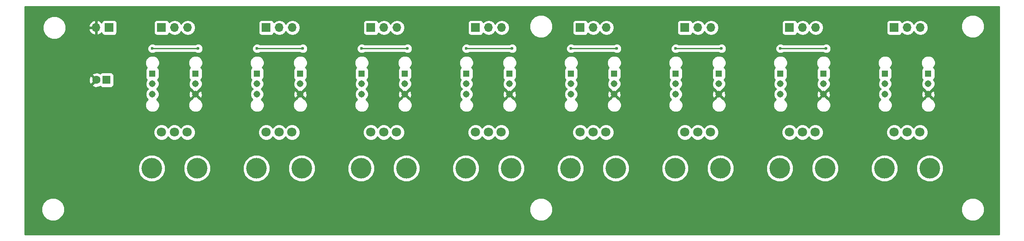
<source format=gbl>
G04 #@! TF.FileFunction,Copper,L2,Bot,Signal*
%FSLAX46Y46*%
G04 Gerber Fmt 4.6, Leading zero omitted, Abs format (unit mm)*
G04 Created by KiCad (PCBNEW 4.0.7) date Tuesday, 08 May 2018 'AMt' 10:50:03 AM*
%MOMM*%
%LPD*%
G01*
G04 APERTURE LIST*
%ADD10C,0.100000*%
%ADD11R,1.600000X1.600000*%
%ADD12C,1.600000*%
%ADD13R,1.700000X1.700000*%
%ADD14O,1.700000X1.700000*%
%ADD15C,1.800000*%
%ADD16C,4.000000*%
%ADD17R,1.308000X1.308000*%
%ADD18C,1.308000*%
%ADD19C,0.600000*%
%ADD20C,0.250000*%
%ADD21C,0.254000*%
G04 APERTURE END LIST*
D10*
D11*
X36830000Y-111506000D03*
D12*
X34830000Y-111506000D03*
D13*
X37338000Y-101346000D03*
D14*
X34798000Y-101346000D03*
D13*
X47498000Y-101346000D03*
D14*
X50038000Y-101346000D03*
X52578000Y-101346000D03*
D13*
X67818000Y-101346000D03*
D14*
X70358000Y-101346000D03*
X72898000Y-101346000D03*
D13*
X88138000Y-101346000D03*
D14*
X90678000Y-101346000D03*
X93218000Y-101346000D03*
D13*
X108458000Y-101346000D03*
D14*
X110998000Y-101346000D03*
X113538000Y-101346000D03*
D13*
X128778000Y-101346000D03*
D14*
X131318000Y-101346000D03*
X133858000Y-101346000D03*
D13*
X149098000Y-101346000D03*
D14*
X151638000Y-101346000D03*
X154178000Y-101346000D03*
D13*
X169418000Y-101346000D03*
D14*
X171958000Y-101346000D03*
X174498000Y-101346000D03*
D13*
X189738000Y-101346000D03*
D14*
X192278000Y-101346000D03*
X194818000Y-101346000D03*
D15*
X52498000Y-121666000D03*
X49998000Y-121666000D03*
X47498000Y-121666000D03*
D16*
X54398000Y-128666000D03*
X45598000Y-128666000D03*
D15*
X72818000Y-121666000D03*
X70318000Y-121666000D03*
X67818000Y-121666000D03*
D16*
X74718000Y-128666000D03*
X65918000Y-128666000D03*
D15*
X93138000Y-121666000D03*
X90638000Y-121666000D03*
X88138000Y-121666000D03*
D16*
X95038000Y-128666000D03*
X86238000Y-128666000D03*
D15*
X113458000Y-121666000D03*
X110958000Y-121666000D03*
X108458000Y-121666000D03*
D16*
X115358000Y-128666000D03*
X106558000Y-128666000D03*
D15*
X133778000Y-121666000D03*
X131278000Y-121666000D03*
X128778000Y-121666000D03*
D16*
X135678000Y-128666000D03*
X126878000Y-128666000D03*
D15*
X154098000Y-121666000D03*
X151598000Y-121666000D03*
X149098000Y-121666000D03*
D16*
X155998000Y-128666000D03*
X147198000Y-128666000D03*
D15*
X174418000Y-121666000D03*
X171918000Y-121666000D03*
X169418000Y-121666000D03*
D16*
X176318000Y-128666000D03*
X167518000Y-128666000D03*
D15*
X194738000Y-121666000D03*
X192238000Y-121666000D03*
X189738000Y-121666000D03*
D16*
X196638000Y-128666000D03*
X187838000Y-128666000D03*
D17*
X54102000Y-110268000D03*
D18*
X54102000Y-112268000D03*
X54102000Y-114268000D03*
D17*
X74422000Y-110268000D03*
D18*
X74422000Y-112268000D03*
X74422000Y-114268000D03*
D17*
X45720000Y-110268000D03*
D18*
X45720000Y-112268000D03*
X45720000Y-114268000D03*
D17*
X66040000Y-110268000D03*
D18*
X66040000Y-112268000D03*
X66040000Y-114268000D03*
D17*
X94742000Y-110268000D03*
D18*
X94742000Y-112268000D03*
X94742000Y-114268000D03*
D17*
X115062000Y-110268000D03*
D18*
X115062000Y-112268000D03*
X115062000Y-114268000D03*
D17*
X86360000Y-110268000D03*
D18*
X86360000Y-112268000D03*
X86360000Y-114268000D03*
D17*
X106680000Y-110268000D03*
D18*
X106680000Y-112268000D03*
X106680000Y-114268000D03*
D17*
X135382000Y-110268000D03*
D18*
X135382000Y-112268000D03*
X135382000Y-114268000D03*
D17*
X155702000Y-110268000D03*
D18*
X155702000Y-112268000D03*
X155702000Y-114268000D03*
D17*
X127000000Y-110268000D03*
D18*
X127000000Y-112268000D03*
X127000000Y-114268000D03*
D17*
X147320000Y-110268000D03*
D18*
X147320000Y-112268000D03*
X147320000Y-114268000D03*
D17*
X176022000Y-110268000D03*
D18*
X176022000Y-112268000D03*
X176022000Y-114268000D03*
D17*
X196342000Y-110268000D03*
D18*
X196342000Y-112268000D03*
X196342000Y-114268000D03*
D17*
X167640000Y-110268000D03*
D18*
X167640000Y-112268000D03*
X167640000Y-114268000D03*
D17*
X187960000Y-110268000D03*
D18*
X187960000Y-112268000D03*
X187960000Y-114268000D03*
D19*
X176530000Y-105410000D03*
X167640000Y-105410000D03*
X156210000Y-105410000D03*
X147320000Y-105410000D03*
X135890000Y-105410000D03*
X127000000Y-105410000D03*
X115570000Y-105410000D03*
X106680000Y-105410000D03*
X95250000Y-105410000D03*
X86360000Y-105410000D03*
X74930000Y-105410000D03*
X66040000Y-105410000D03*
X54610000Y-105410000D03*
X45720000Y-105410000D03*
D20*
X176530000Y-105410000D02*
X167640000Y-105410000D01*
X156210000Y-105410000D02*
X147320000Y-105410000D01*
X135890000Y-105410000D02*
X127000000Y-105410000D01*
X115570000Y-105410000D02*
X106680000Y-105410000D01*
X95250000Y-105410000D02*
X86360000Y-105410000D01*
X74930000Y-105410000D02*
X66040000Y-105410000D01*
X54610000Y-105410000D02*
X45720000Y-105410000D01*
D21*
G36*
X210135000Y-141555000D02*
X21005000Y-141555000D01*
X21005000Y-137094619D01*
X24180613Y-137094619D01*
X24520155Y-137916372D01*
X25148321Y-138545636D01*
X25969481Y-138886611D01*
X26858619Y-138887387D01*
X27680372Y-138547845D01*
X28309636Y-137919679D01*
X28650611Y-137098519D01*
X28650614Y-137094619D01*
X118922613Y-137094619D01*
X119262155Y-137916372D01*
X119890321Y-138545636D01*
X120711481Y-138886611D01*
X121600619Y-138887387D01*
X122422372Y-138547845D01*
X123051636Y-137919679D01*
X123392611Y-137098519D01*
X123392614Y-137094619D01*
X202742613Y-137094619D01*
X203082155Y-137916372D01*
X203710321Y-138545636D01*
X204531481Y-138886611D01*
X205420619Y-138887387D01*
X206242372Y-138547845D01*
X206871636Y-137919679D01*
X207212611Y-137098519D01*
X207213387Y-136209381D01*
X206873845Y-135387628D01*
X206245679Y-134758364D01*
X205424519Y-134417389D01*
X204535381Y-134416613D01*
X203713628Y-134756155D01*
X203084364Y-135384321D01*
X202743389Y-136205481D01*
X202742613Y-137094619D01*
X123392614Y-137094619D01*
X123393387Y-136209381D01*
X123053845Y-135387628D01*
X122425679Y-134758364D01*
X121604519Y-134417389D01*
X120715381Y-134416613D01*
X119893628Y-134756155D01*
X119264364Y-135384321D01*
X118923389Y-136205481D01*
X118922613Y-137094619D01*
X28650614Y-137094619D01*
X28651387Y-136209381D01*
X28311845Y-135387628D01*
X27683679Y-134758364D01*
X26862519Y-134417389D01*
X25973381Y-134416613D01*
X25151628Y-134756155D01*
X24522364Y-135384321D01*
X24181389Y-136205481D01*
X24180613Y-137094619D01*
X21005000Y-137094619D01*
X21005000Y-129187834D01*
X42962543Y-129187834D01*
X43362853Y-130156658D01*
X44103443Y-130898542D01*
X45071567Y-131300542D01*
X46119834Y-131301457D01*
X47088658Y-130901147D01*
X47830542Y-130160557D01*
X48232542Y-129192433D01*
X48232546Y-129187834D01*
X51762543Y-129187834D01*
X52162853Y-130156658D01*
X52903443Y-130898542D01*
X53871567Y-131300542D01*
X54919834Y-131301457D01*
X55888658Y-130901147D01*
X56630542Y-130160557D01*
X57032542Y-129192433D01*
X57032546Y-129187834D01*
X63282543Y-129187834D01*
X63682853Y-130156658D01*
X64423443Y-130898542D01*
X65391567Y-131300542D01*
X66439834Y-131301457D01*
X67408658Y-130901147D01*
X68150542Y-130160557D01*
X68552542Y-129192433D01*
X68552546Y-129187834D01*
X72082543Y-129187834D01*
X72482853Y-130156658D01*
X73223443Y-130898542D01*
X74191567Y-131300542D01*
X75239834Y-131301457D01*
X76208658Y-130901147D01*
X76950542Y-130160557D01*
X77352542Y-129192433D01*
X77352546Y-129187834D01*
X83602543Y-129187834D01*
X84002853Y-130156658D01*
X84743443Y-130898542D01*
X85711567Y-131300542D01*
X86759834Y-131301457D01*
X87728658Y-130901147D01*
X88470542Y-130160557D01*
X88872542Y-129192433D01*
X88872546Y-129187834D01*
X92402543Y-129187834D01*
X92802853Y-130156658D01*
X93543443Y-130898542D01*
X94511567Y-131300542D01*
X95559834Y-131301457D01*
X96528658Y-130901147D01*
X97270542Y-130160557D01*
X97672542Y-129192433D01*
X97672546Y-129187834D01*
X103922543Y-129187834D01*
X104322853Y-130156658D01*
X105063443Y-130898542D01*
X106031567Y-131300542D01*
X107079834Y-131301457D01*
X108048658Y-130901147D01*
X108790542Y-130160557D01*
X109192542Y-129192433D01*
X109192546Y-129187834D01*
X112722543Y-129187834D01*
X113122853Y-130156658D01*
X113863443Y-130898542D01*
X114831567Y-131300542D01*
X115879834Y-131301457D01*
X116848658Y-130901147D01*
X117590542Y-130160557D01*
X117992542Y-129192433D01*
X117992546Y-129187834D01*
X124242543Y-129187834D01*
X124642853Y-130156658D01*
X125383443Y-130898542D01*
X126351567Y-131300542D01*
X127399834Y-131301457D01*
X128368658Y-130901147D01*
X129110542Y-130160557D01*
X129512542Y-129192433D01*
X129512546Y-129187834D01*
X133042543Y-129187834D01*
X133442853Y-130156658D01*
X134183443Y-130898542D01*
X135151567Y-131300542D01*
X136199834Y-131301457D01*
X137168658Y-130901147D01*
X137910542Y-130160557D01*
X138312542Y-129192433D01*
X138312546Y-129187834D01*
X144562543Y-129187834D01*
X144962853Y-130156658D01*
X145703443Y-130898542D01*
X146671567Y-131300542D01*
X147719834Y-131301457D01*
X148688658Y-130901147D01*
X149430542Y-130160557D01*
X149832542Y-129192433D01*
X149832546Y-129187834D01*
X153362543Y-129187834D01*
X153762853Y-130156658D01*
X154503443Y-130898542D01*
X155471567Y-131300542D01*
X156519834Y-131301457D01*
X157488658Y-130901147D01*
X158230542Y-130160557D01*
X158632542Y-129192433D01*
X158632546Y-129187834D01*
X164882543Y-129187834D01*
X165282853Y-130156658D01*
X166023443Y-130898542D01*
X166991567Y-131300542D01*
X168039834Y-131301457D01*
X169008658Y-130901147D01*
X169750542Y-130160557D01*
X170152542Y-129192433D01*
X170152546Y-129187834D01*
X173682543Y-129187834D01*
X174082853Y-130156658D01*
X174823443Y-130898542D01*
X175791567Y-131300542D01*
X176839834Y-131301457D01*
X177808658Y-130901147D01*
X178550542Y-130160557D01*
X178952542Y-129192433D01*
X178952546Y-129187834D01*
X185202543Y-129187834D01*
X185602853Y-130156658D01*
X186343443Y-130898542D01*
X187311567Y-131300542D01*
X188359834Y-131301457D01*
X189328658Y-130901147D01*
X190070542Y-130160557D01*
X190472542Y-129192433D01*
X190472546Y-129187834D01*
X194002543Y-129187834D01*
X194402853Y-130156658D01*
X195143443Y-130898542D01*
X196111567Y-131300542D01*
X197159834Y-131301457D01*
X198128658Y-130901147D01*
X198870542Y-130160557D01*
X199272542Y-129192433D01*
X199273457Y-128144166D01*
X198873147Y-127175342D01*
X198132557Y-126433458D01*
X197164433Y-126031458D01*
X196116166Y-126030543D01*
X195147342Y-126430853D01*
X194405458Y-127171443D01*
X194003458Y-128139567D01*
X194002543Y-129187834D01*
X190472546Y-129187834D01*
X190473457Y-128144166D01*
X190073147Y-127175342D01*
X189332557Y-126433458D01*
X188364433Y-126031458D01*
X187316166Y-126030543D01*
X186347342Y-126430853D01*
X185605458Y-127171443D01*
X185203458Y-128139567D01*
X185202543Y-129187834D01*
X178952546Y-129187834D01*
X178953457Y-128144166D01*
X178553147Y-127175342D01*
X177812557Y-126433458D01*
X176844433Y-126031458D01*
X175796166Y-126030543D01*
X174827342Y-126430853D01*
X174085458Y-127171443D01*
X173683458Y-128139567D01*
X173682543Y-129187834D01*
X170152546Y-129187834D01*
X170153457Y-128144166D01*
X169753147Y-127175342D01*
X169012557Y-126433458D01*
X168044433Y-126031458D01*
X166996166Y-126030543D01*
X166027342Y-126430853D01*
X165285458Y-127171443D01*
X164883458Y-128139567D01*
X164882543Y-129187834D01*
X158632546Y-129187834D01*
X158633457Y-128144166D01*
X158233147Y-127175342D01*
X157492557Y-126433458D01*
X156524433Y-126031458D01*
X155476166Y-126030543D01*
X154507342Y-126430853D01*
X153765458Y-127171443D01*
X153363458Y-128139567D01*
X153362543Y-129187834D01*
X149832546Y-129187834D01*
X149833457Y-128144166D01*
X149433147Y-127175342D01*
X148692557Y-126433458D01*
X147724433Y-126031458D01*
X146676166Y-126030543D01*
X145707342Y-126430853D01*
X144965458Y-127171443D01*
X144563458Y-128139567D01*
X144562543Y-129187834D01*
X138312546Y-129187834D01*
X138313457Y-128144166D01*
X137913147Y-127175342D01*
X137172557Y-126433458D01*
X136204433Y-126031458D01*
X135156166Y-126030543D01*
X134187342Y-126430853D01*
X133445458Y-127171443D01*
X133043458Y-128139567D01*
X133042543Y-129187834D01*
X129512546Y-129187834D01*
X129513457Y-128144166D01*
X129113147Y-127175342D01*
X128372557Y-126433458D01*
X127404433Y-126031458D01*
X126356166Y-126030543D01*
X125387342Y-126430853D01*
X124645458Y-127171443D01*
X124243458Y-128139567D01*
X124242543Y-129187834D01*
X117992546Y-129187834D01*
X117993457Y-128144166D01*
X117593147Y-127175342D01*
X116852557Y-126433458D01*
X115884433Y-126031458D01*
X114836166Y-126030543D01*
X113867342Y-126430853D01*
X113125458Y-127171443D01*
X112723458Y-128139567D01*
X112722543Y-129187834D01*
X109192546Y-129187834D01*
X109193457Y-128144166D01*
X108793147Y-127175342D01*
X108052557Y-126433458D01*
X107084433Y-126031458D01*
X106036166Y-126030543D01*
X105067342Y-126430853D01*
X104325458Y-127171443D01*
X103923458Y-128139567D01*
X103922543Y-129187834D01*
X97672546Y-129187834D01*
X97673457Y-128144166D01*
X97273147Y-127175342D01*
X96532557Y-126433458D01*
X95564433Y-126031458D01*
X94516166Y-126030543D01*
X93547342Y-126430853D01*
X92805458Y-127171443D01*
X92403458Y-128139567D01*
X92402543Y-129187834D01*
X88872546Y-129187834D01*
X88873457Y-128144166D01*
X88473147Y-127175342D01*
X87732557Y-126433458D01*
X86764433Y-126031458D01*
X85716166Y-126030543D01*
X84747342Y-126430853D01*
X84005458Y-127171443D01*
X83603458Y-128139567D01*
X83602543Y-129187834D01*
X77352546Y-129187834D01*
X77353457Y-128144166D01*
X76953147Y-127175342D01*
X76212557Y-126433458D01*
X75244433Y-126031458D01*
X74196166Y-126030543D01*
X73227342Y-126430853D01*
X72485458Y-127171443D01*
X72083458Y-128139567D01*
X72082543Y-129187834D01*
X68552546Y-129187834D01*
X68553457Y-128144166D01*
X68153147Y-127175342D01*
X67412557Y-126433458D01*
X66444433Y-126031458D01*
X65396166Y-126030543D01*
X64427342Y-126430853D01*
X63685458Y-127171443D01*
X63283458Y-128139567D01*
X63282543Y-129187834D01*
X57032546Y-129187834D01*
X57033457Y-128144166D01*
X56633147Y-127175342D01*
X55892557Y-126433458D01*
X54924433Y-126031458D01*
X53876166Y-126030543D01*
X52907342Y-126430853D01*
X52165458Y-127171443D01*
X51763458Y-128139567D01*
X51762543Y-129187834D01*
X48232546Y-129187834D01*
X48233457Y-128144166D01*
X47833147Y-127175342D01*
X47092557Y-126433458D01*
X46124433Y-126031458D01*
X45076166Y-126030543D01*
X44107342Y-126430853D01*
X43365458Y-127171443D01*
X42963458Y-128139567D01*
X42962543Y-129187834D01*
X21005000Y-129187834D01*
X21005000Y-121969991D01*
X45962735Y-121969991D01*
X46195932Y-122534371D01*
X46627357Y-122966551D01*
X47191330Y-123200733D01*
X47801991Y-123201265D01*
X48366371Y-122968068D01*
X48748288Y-122586818D01*
X49127357Y-122966551D01*
X49691330Y-123200733D01*
X50301991Y-123201265D01*
X50866371Y-122968068D01*
X51248288Y-122586818D01*
X51627357Y-122966551D01*
X52191330Y-123200733D01*
X52801991Y-123201265D01*
X53366371Y-122968068D01*
X53798551Y-122536643D01*
X54032733Y-121972670D01*
X54032735Y-121969991D01*
X66282735Y-121969991D01*
X66515932Y-122534371D01*
X66947357Y-122966551D01*
X67511330Y-123200733D01*
X68121991Y-123201265D01*
X68686371Y-122968068D01*
X69068288Y-122586818D01*
X69447357Y-122966551D01*
X70011330Y-123200733D01*
X70621991Y-123201265D01*
X71186371Y-122968068D01*
X71568288Y-122586818D01*
X71947357Y-122966551D01*
X72511330Y-123200733D01*
X73121991Y-123201265D01*
X73686371Y-122968068D01*
X74118551Y-122536643D01*
X74352733Y-121972670D01*
X74352735Y-121969991D01*
X86602735Y-121969991D01*
X86835932Y-122534371D01*
X87267357Y-122966551D01*
X87831330Y-123200733D01*
X88441991Y-123201265D01*
X89006371Y-122968068D01*
X89388288Y-122586818D01*
X89767357Y-122966551D01*
X90331330Y-123200733D01*
X90941991Y-123201265D01*
X91506371Y-122968068D01*
X91888288Y-122586818D01*
X92267357Y-122966551D01*
X92831330Y-123200733D01*
X93441991Y-123201265D01*
X94006371Y-122968068D01*
X94438551Y-122536643D01*
X94672733Y-121972670D01*
X94672735Y-121969991D01*
X106922735Y-121969991D01*
X107155932Y-122534371D01*
X107587357Y-122966551D01*
X108151330Y-123200733D01*
X108761991Y-123201265D01*
X109326371Y-122968068D01*
X109708288Y-122586818D01*
X110087357Y-122966551D01*
X110651330Y-123200733D01*
X111261991Y-123201265D01*
X111826371Y-122968068D01*
X112208288Y-122586818D01*
X112587357Y-122966551D01*
X113151330Y-123200733D01*
X113761991Y-123201265D01*
X114326371Y-122968068D01*
X114758551Y-122536643D01*
X114992733Y-121972670D01*
X114992735Y-121969991D01*
X127242735Y-121969991D01*
X127475932Y-122534371D01*
X127907357Y-122966551D01*
X128471330Y-123200733D01*
X129081991Y-123201265D01*
X129646371Y-122968068D01*
X130028288Y-122586818D01*
X130407357Y-122966551D01*
X130971330Y-123200733D01*
X131581991Y-123201265D01*
X132146371Y-122968068D01*
X132528288Y-122586818D01*
X132907357Y-122966551D01*
X133471330Y-123200733D01*
X134081991Y-123201265D01*
X134646371Y-122968068D01*
X135078551Y-122536643D01*
X135312733Y-121972670D01*
X135312735Y-121969991D01*
X147562735Y-121969991D01*
X147795932Y-122534371D01*
X148227357Y-122966551D01*
X148791330Y-123200733D01*
X149401991Y-123201265D01*
X149966371Y-122968068D01*
X150348288Y-122586818D01*
X150727357Y-122966551D01*
X151291330Y-123200733D01*
X151901991Y-123201265D01*
X152466371Y-122968068D01*
X152848288Y-122586818D01*
X153227357Y-122966551D01*
X153791330Y-123200733D01*
X154401991Y-123201265D01*
X154966371Y-122968068D01*
X155398551Y-122536643D01*
X155632733Y-121972670D01*
X155632735Y-121969991D01*
X167882735Y-121969991D01*
X168115932Y-122534371D01*
X168547357Y-122966551D01*
X169111330Y-123200733D01*
X169721991Y-123201265D01*
X170286371Y-122968068D01*
X170668288Y-122586818D01*
X171047357Y-122966551D01*
X171611330Y-123200733D01*
X172221991Y-123201265D01*
X172786371Y-122968068D01*
X173168288Y-122586818D01*
X173547357Y-122966551D01*
X174111330Y-123200733D01*
X174721991Y-123201265D01*
X175286371Y-122968068D01*
X175718551Y-122536643D01*
X175952733Y-121972670D01*
X175952735Y-121969991D01*
X188202735Y-121969991D01*
X188435932Y-122534371D01*
X188867357Y-122966551D01*
X189431330Y-123200733D01*
X190041991Y-123201265D01*
X190606371Y-122968068D01*
X190988288Y-122586818D01*
X191367357Y-122966551D01*
X191931330Y-123200733D01*
X192541991Y-123201265D01*
X193106371Y-122968068D01*
X193488288Y-122586818D01*
X193867357Y-122966551D01*
X194431330Y-123200733D01*
X195041991Y-123201265D01*
X195606371Y-122968068D01*
X196038551Y-122536643D01*
X196272733Y-121972670D01*
X196273265Y-121362009D01*
X196040068Y-120797629D01*
X195608643Y-120365449D01*
X195044670Y-120131267D01*
X194434009Y-120130735D01*
X193869629Y-120363932D01*
X193487712Y-120745182D01*
X193108643Y-120365449D01*
X192544670Y-120131267D01*
X191934009Y-120130735D01*
X191369629Y-120363932D01*
X190987712Y-120745182D01*
X190608643Y-120365449D01*
X190044670Y-120131267D01*
X189434009Y-120130735D01*
X188869629Y-120363932D01*
X188437449Y-120795357D01*
X188203267Y-121359330D01*
X188202735Y-121969991D01*
X175952735Y-121969991D01*
X175953265Y-121362009D01*
X175720068Y-120797629D01*
X175288643Y-120365449D01*
X174724670Y-120131267D01*
X174114009Y-120130735D01*
X173549629Y-120363932D01*
X173167712Y-120745182D01*
X172788643Y-120365449D01*
X172224670Y-120131267D01*
X171614009Y-120130735D01*
X171049629Y-120363932D01*
X170667712Y-120745182D01*
X170288643Y-120365449D01*
X169724670Y-120131267D01*
X169114009Y-120130735D01*
X168549629Y-120363932D01*
X168117449Y-120795357D01*
X167883267Y-121359330D01*
X167882735Y-121969991D01*
X155632735Y-121969991D01*
X155633265Y-121362009D01*
X155400068Y-120797629D01*
X154968643Y-120365449D01*
X154404670Y-120131267D01*
X153794009Y-120130735D01*
X153229629Y-120363932D01*
X152847712Y-120745182D01*
X152468643Y-120365449D01*
X151904670Y-120131267D01*
X151294009Y-120130735D01*
X150729629Y-120363932D01*
X150347712Y-120745182D01*
X149968643Y-120365449D01*
X149404670Y-120131267D01*
X148794009Y-120130735D01*
X148229629Y-120363932D01*
X147797449Y-120795357D01*
X147563267Y-121359330D01*
X147562735Y-121969991D01*
X135312735Y-121969991D01*
X135313265Y-121362009D01*
X135080068Y-120797629D01*
X134648643Y-120365449D01*
X134084670Y-120131267D01*
X133474009Y-120130735D01*
X132909629Y-120363932D01*
X132527712Y-120745182D01*
X132148643Y-120365449D01*
X131584670Y-120131267D01*
X130974009Y-120130735D01*
X130409629Y-120363932D01*
X130027712Y-120745182D01*
X129648643Y-120365449D01*
X129084670Y-120131267D01*
X128474009Y-120130735D01*
X127909629Y-120363932D01*
X127477449Y-120795357D01*
X127243267Y-121359330D01*
X127242735Y-121969991D01*
X114992735Y-121969991D01*
X114993265Y-121362009D01*
X114760068Y-120797629D01*
X114328643Y-120365449D01*
X113764670Y-120131267D01*
X113154009Y-120130735D01*
X112589629Y-120363932D01*
X112207712Y-120745182D01*
X111828643Y-120365449D01*
X111264670Y-120131267D01*
X110654009Y-120130735D01*
X110089629Y-120363932D01*
X109707712Y-120745182D01*
X109328643Y-120365449D01*
X108764670Y-120131267D01*
X108154009Y-120130735D01*
X107589629Y-120363932D01*
X107157449Y-120795357D01*
X106923267Y-121359330D01*
X106922735Y-121969991D01*
X94672735Y-121969991D01*
X94673265Y-121362009D01*
X94440068Y-120797629D01*
X94008643Y-120365449D01*
X93444670Y-120131267D01*
X92834009Y-120130735D01*
X92269629Y-120363932D01*
X91887712Y-120745182D01*
X91508643Y-120365449D01*
X90944670Y-120131267D01*
X90334009Y-120130735D01*
X89769629Y-120363932D01*
X89387712Y-120745182D01*
X89008643Y-120365449D01*
X88444670Y-120131267D01*
X87834009Y-120130735D01*
X87269629Y-120363932D01*
X86837449Y-120795357D01*
X86603267Y-121359330D01*
X86602735Y-121969991D01*
X74352735Y-121969991D01*
X74353265Y-121362009D01*
X74120068Y-120797629D01*
X73688643Y-120365449D01*
X73124670Y-120131267D01*
X72514009Y-120130735D01*
X71949629Y-120363932D01*
X71567712Y-120745182D01*
X71188643Y-120365449D01*
X70624670Y-120131267D01*
X70014009Y-120130735D01*
X69449629Y-120363932D01*
X69067712Y-120745182D01*
X68688643Y-120365449D01*
X68124670Y-120131267D01*
X67514009Y-120130735D01*
X66949629Y-120363932D01*
X66517449Y-120795357D01*
X66283267Y-121359330D01*
X66282735Y-121969991D01*
X54032735Y-121969991D01*
X54033265Y-121362009D01*
X53800068Y-120797629D01*
X53368643Y-120365449D01*
X52804670Y-120131267D01*
X52194009Y-120130735D01*
X51629629Y-120363932D01*
X51247712Y-120745182D01*
X50868643Y-120365449D01*
X50304670Y-120131267D01*
X49694009Y-120130735D01*
X49129629Y-120363932D01*
X48747712Y-120745182D01*
X48368643Y-120365449D01*
X47804670Y-120131267D01*
X47194009Y-120130735D01*
X46629629Y-120363932D01*
X46197449Y-120795357D01*
X45963267Y-121359330D01*
X45962735Y-121969991D01*
X21005000Y-121969991D01*
X21005000Y-111289223D01*
X33383035Y-111289223D01*
X33410222Y-111859454D01*
X33576136Y-112260005D01*
X33822255Y-112334139D01*
X34650395Y-111506000D01*
X33822255Y-110677861D01*
X33576136Y-110751995D01*
X33383035Y-111289223D01*
X21005000Y-111289223D01*
X21005000Y-110498255D01*
X34001861Y-110498255D01*
X34830000Y-111326395D01*
X34844142Y-111312252D01*
X35023748Y-111491858D01*
X35009605Y-111506000D01*
X35023748Y-111520143D01*
X34844142Y-111699748D01*
X34830000Y-111685605D01*
X34001861Y-112513745D01*
X34075995Y-112759864D01*
X34613223Y-112952965D01*
X35183454Y-112925778D01*
X35574947Y-112763616D01*
X35778110Y-112902431D01*
X36030000Y-112953440D01*
X37630000Y-112953440D01*
X37865317Y-112909162D01*
X38081441Y-112770090D01*
X38226431Y-112557890D01*
X38277440Y-112306000D01*
X38277440Y-110706000D01*
X38233162Y-110470683D01*
X38094090Y-110254559D01*
X37881890Y-110109569D01*
X37630000Y-110058560D01*
X36030000Y-110058560D01*
X35794683Y-110102838D01*
X35578559Y-110241910D01*
X35574023Y-110248548D01*
X35046777Y-110059035D01*
X34476546Y-110086222D01*
X34075995Y-110252136D01*
X34001861Y-110498255D01*
X21005000Y-110498255D01*
X21005000Y-108442285D01*
X44334760Y-108442285D01*
X44545169Y-108951515D01*
X44692897Y-109099501D01*
X44614559Y-109149910D01*
X44469569Y-109362110D01*
X44418560Y-109614000D01*
X44418560Y-110922000D01*
X44462838Y-111157317D01*
X44601910Y-111373441D01*
X44714526Y-111450388D01*
X44627876Y-111536887D01*
X44431224Y-112010477D01*
X44430777Y-112523273D01*
X44626602Y-112997206D01*
X44897078Y-113268155D01*
X44627876Y-113536887D01*
X44431224Y-114010477D01*
X44430777Y-114523273D01*
X44626602Y-114997206D01*
X44879254Y-115250300D01*
X44546539Y-115582436D01*
X44335241Y-116091298D01*
X44334760Y-116642285D01*
X44545169Y-117151515D01*
X44934436Y-117541461D01*
X45443298Y-117752759D01*
X45994285Y-117753240D01*
X46503515Y-117542831D01*
X46893461Y-117153564D01*
X47104759Y-116644702D01*
X47104761Y-116642285D01*
X52716760Y-116642285D01*
X52927169Y-117151515D01*
X53316436Y-117541461D01*
X53825298Y-117752759D01*
X54376285Y-117753240D01*
X54885515Y-117542831D01*
X55275461Y-117153564D01*
X55486759Y-116644702D01*
X55487240Y-116093715D01*
X55276831Y-115584485D01*
X54887564Y-115194539D01*
X54821503Y-115167108D01*
X54102000Y-114447605D01*
X53383158Y-115166447D01*
X53318485Y-115193169D01*
X52928539Y-115582436D01*
X52717241Y-116091298D01*
X52716760Y-116642285D01*
X47104761Y-116642285D01*
X47105240Y-116093715D01*
X46894831Y-115584485D01*
X46560864Y-115249935D01*
X46812124Y-114999113D01*
X47008776Y-114525523D01*
X47009159Y-114086121D01*
X52800393Y-114086121D01*
X52829870Y-114598069D01*
X52969074Y-114934138D01*
X53200083Y-114990312D01*
X53922395Y-114268000D01*
X54281605Y-114268000D01*
X55003917Y-114990312D01*
X55234926Y-114934138D01*
X55403607Y-114449879D01*
X55374130Y-113937931D01*
X55234926Y-113601862D01*
X55003917Y-113545688D01*
X54281605Y-114268000D01*
X53922395Y-114268000D01*
X53200083Y-113545688D01*
X52969074Y-113601862D01*
X52800393Y-114086121D01*
X47009159Y-114086121D01*
X47009223Y-114012727D01*
X46813398Y-113538794D01*
X46542922Y-113267845D01*
X46812124Y-112999113D01*
X47008776Y-112525523D01*
X47009223Y-112012727D01*
X46813398Y-111538794D01*
X46725292Y-111450534D01*
X46825441Y-111386090D01*
X46970431Y-111173890D01*
X47021440Y-110922000D01*
X47021440Y-109614000D01*
X46977162Y-109378683D01*
X46838090Y-109162559D01*
X46746673Y-109100096D01*
X46893461Y-108953564D01*
X47104759Y-108444702D01*
X47104761Y-108442285D01*
X52716760Y-108442285D01*
X52927169Y-108951515D01*
X53074897Y-109099501D01*
X52996559Y-109149910D01*
X52851569Y-109362110D01*
X52800560Y-109614000D01*
X52800560Y-110922000D01*
X52844838Y-111157317D01*
X52983910Y-111373441D01*
X53096526Y-111450388D01*
X53009876Y-111536887D01*
X52813224Y-112010477D01*
X52812777Y-112523273D01*
X53008602Y-112997206D01*
X53370887Y-113360124D01*
X53380197Y-113363990D01*
X53379688Y-113366083D01*
X54102000Y-114088395D01*
X54824312Y-113366083D01*
X54823906Y-113364414D01*
X54831206Y-113361398D01*
X55194124Y-112999113D01*
X55390776Y-112525523D01*
X55391223Y-112012727D01*
X55195398Y-111538794D01*
X55107292Y-111450534D01*
X55207441Y-111386090D01*
X55352431Y-111173890D01*
X55403440Y-110922000D01*
X55403440Y-109614000D01*
X55359162Y-109378683D01*
X55220090Y-109162559D01*
X55128673Y-109100096D01*
X55275461Y-108953564D01*
X55486759Y-108444702D01*
X55486761Y-108442285D01*
X64654760Y-108442285D01*
X64865169Y-108951515D01*
X65012897Y-109099501D01*
X64934559Y-109149910D01*
X64789569Y-109362110D01*
X64738560Y-109614000D01*
X64738560Y-110922000D01*
X64782838Y-111157317D01*
X64921910Y-111373441D01*
X65034526Y-111450388D01*
X64947876Y-111536887D01*
X64751224Y-112010477D01*
X64750777Y-112523273D01*
X64946602Y-112997206D01*
X65217078Y-113268155D01*
X64947876Y-113536887D01*
X64751224Y-114010477D01*
X64750777Y-114523273D01*
X64946602Y-114997206D01*
X65199254Y-115250300D01*
X64866539Y-115582436D01*
X64655241Y-116091298D01*
X64654760Y-116642285D01*
X64865169Y-117151515D01*
X65254436Y-117541461D01*
X65763298Y-117752759D01*
X66314285Y-117753240D01*
X66823515Y-117542831D01*
X67213461Y-117153564D01*
X67424759Y-116644702D01*
X67424761Y-116642285D01*
X73036760Y-116642285D01*
X73247169Y-117151515D01*
X73636436Y-117541461D01*
X74145298Y-117752759D01*
X74696285Y-117753240D01*
X75205515Y-117542831D01*
X75595461Y-117153564D01*
X75806759Y-116644702D01*
X75807240Y-116093715D01*
X75596831Y-115584485D01*
X75207564Y-115194539D01*
X75141503Y-115167108D01*
X74422000Y-114447605D01*
X73703158Y-115166447D01*
X73638485Y-115193169D01*
X73248539Y-115582436D01*
X73037241Y-116091298D01*
X73036760Y-116642285D01*
X67424761Y-116642285D01*
X67425240Y-116093715D01*
X67214831Y-115584485D01*
X66880864Y-115249935D01*
X67132124Y-114999113D01*
X67328776Y-114525523D01*
X67329159Y-114086121D01*
X73120393Y-114086121D01*
X73149870Y-114598069D01*
X73289074Y-114934138D01*
X73520083Y-114990312D01*
X74242395Y-114268000D01*
X74601605Y-114268000D01*
X75323917Y-114990312D01*
X75554926Y-114934138D01*
X75723607Y-114449879D01*
X75694130Y-113937931D01*
X75554926Y-113601862D01*
X75323917Y-113545688D01*
X74601605Y-114268000D01*
X74242395Y-114268000D01*
X73520083Y-113545688D01*
X73289074Y-113601862D01*
X73120393Y-114086121D01*
X67329159Y-114086121D01*
X67329223Y-114012727D01*
X67133398Y-113538794D01*
X66862922Y-113267845D01*
X67132124Y-112999113D01*
X67328776Y-112525523D01*
X67329223Y-112012727D01*
X67133398Y-111538794D01*
X67045292Y-111450534D01*
X67145441Y-111386090D01*
X67290431Y-111173890D01*
X67341440Y-110922000D01*
X67341440Y-109614000D01*
X67297162Y-109378683D01*
X67158090Y-109162559D01*
X67066673Y-109100096D01*
X67213461Y-108953564D01*
X67424759Y-108444702D01*
X67424761Y-108442285D01*
X73036760Y-108442285D01*
X73247169Y-108951515D01*
X73394897Y-109099501D01*
X73316559Y-109149910D01*
X73171569Y-109362110D01*
X73120560Y-109614000D01*
X73120560Y-110922000D01*
X73164838Y-111157317D01*
X73303910Y-111373441D01*
X73416526Y-111450388D01*
X73329876Y-111536887D01*
X73133224Y-112010477D01*
X73132777Y-112523273D01*
X73328602Y-112997206D01*
X73690887Y-113360124D01*
X73700197Y-113363990D01*
X73699688Y-113366083D01*
X74422000Y-114088395D01*
X75144312Y-113366083D01*
X75143906Y-113364414D01*
X75151206Y-113361398D01*
X75514124Y-112999113D01*
X75710776Y-112525523D01*
X75711223Y-112012727D01*
X75515398Y-111538794D01*
X75427292Y-111450534D01*
X75527441Y-111386090D01*
X75672431Y-111173890D01*
X75723440Y-110922000D01*
X75723440Y-109614000D01*
X75679162Y-109378683D01*
X75540090Y-109162559D01*
X75448673Y-109100096D01*
X75595461Y-108953564D01*
X75806759Y-108444702D01*
X75806761Y-108442285D01*
X84974760Y-108442285D01*
X85185169Y-108951515D01*
X85332897Y-109099501D01*
X85254559Y-109149910D01*
X85109569Y-109362110D01*
X85058560Y-109614000D01*
X85058560Y-110922000D01*
X85102838Y-111157317D01*
X85241910Y-111373441D01*
X85354526Y-111450388D01*
X85267876Y-111536887D01*
X85071224Y-112010477D01*
X85070777Y-112523273D01*
X85266602Y-112997206D01*
X85537078Y-113268155D01*
X85267876Y-113536887D01*
X85071224Y-114010477D01*
X85070777Y-114523273D01*
X85266602Y-114997206D01*
X85519254Y-115250300D01*
X85186539Y-115582436D01*
X84975241Y-116091298D01*
X84974760Y-116642285D01*
X85185169Y-117151515D01*
X85574436Y-117541461D01*
X86083298Y-117752759D01*
X86634285Y-117753240D01*
X87143515Y-117542831D01*
X87533461Y-117153564D01*
X87744759Y-116644702D01*
X87744761Y-116642285D01*
X93356760Y-116642285D01*
X93567169Y-117151515D01*
X93956436Y-117541461D01*
X94465298Y-117752759D01*
X95016285Y-117753240D01*
X95525515Y-117542831D01*
X95915461Y-117153564D01*
X96126759Y-116644702D01*
X96127240Y-116093715D01*
X95916831Y-115584485D01*
X95527564Y-115194539D01*
X95461503Y-115167108D01*
X94742000Y-114447605D01*
X94023158Y-115166447D01*
X93958485Y-115193169D01*
X93568539Y-115582436D01*
X93357241Y-116091298D01*
X93356760Y-116642285D01*
X87744761Y-116642285D01*
X87745240Y-116093715D01*
X87534831Y-115584485D01*
X87200864Y-115249935D01*
X87452124Y-114999113D01*
X87648776Y-114525523D01*
X87649159Y-114086121D01*
X93440393Y-114086121D01*
X93469870Y-114598069D01*
X93609074Y-114934138D01*
X93840083Y-114990312D01*
X94562395Y-114268000D01*
X94921605Y-114268000D01*
X95643917Y-114990312D01*
X95874926Y-114934138D01*
X96043607Y-114449879D01*
X96014130Y-113937931D01*
X95874926Y-113601862D01*
X95643917Y-113545688D01*
X94921605Y-114268000D01*
X94562395Y-114268000D01*
X93840083Y-113545688D01*
X93609074Y-113601862D01*
X93440393Y-114086121D01*
X87649159Y-114086121D01*
X87649223Y-114012727D01*
X87453398Y-113538794D01*
X87182922Y-113267845D01*
X87452124Y-112999113D01*
X87648776Y-112525523D01*
X87649223Y-112012727D01*
X87453398Y-111538794D01*
X87365292Y-111450534D01*
X87465441Y-111386090D01*
X87610431Y-111173890D01*
X87661440Y-110922000D01*
X87661440Y-109614000D01*
X87617162Y-109378683D01*
X87478090Y-109162559D01*
X87386673Y-109100096D01*
X87533461Y-108953564D01*
X87744759Y-108444702D01*
X87744761Y-108442285D01*
X93356760Y-108442285D01*
X93567169Y-108951515D01*
X93714897Y-109099501D01*
X93636559Y-109149910D01*
X93491569Y-109362110D01*
X93440560Y-109614000D01*
X93440560Y-110922000D01*
X93484838Y-111157317D01*
X93623910Y-111373441D01*
X93736526Y-111450388D01*
X93649876Y-111536887D01*
X93453224Y-112010477D01*
X93452777Y-112523273D01*
X93648602Y-112997206D01*
X94010887Y-113360124D01*
X94020197Y-113363990D01*
X94019688Y-113366083D01*
X94742000Y-114088395D01*
X95464312Y-113366083D01*
X95463906Y-113364414D01*
X95471206Y-113361398D01*
X95834124Y-112999113D01*
X96030776Y-112525523D01*
X96031223Y-112012727D01*
X95835398Y-111538794D01*
X95747292Y-111450534D01*
X95847441Y-111386090D01*
X95992431Y-111173890D01*
X96043440Y-110922000D01*
X96043440Y-109614000D01*
X95999162Y-109378683D01*
X95860090Y-109162559D01*
X95768673Y-109100096D01*
X95915461Y-108953564D01*
X96126759Y-108444702D01*
X96126761Y-108442285D01*
X105294760Y-108442285D01*
X105505169Y-108951515D01*
X105652897Y-109099501D01*
X105574559Y-109149910D01*
X105429569Y-109362110D01*
X105378560Y-109614000D01*
X105378560Y-110922000D01*
X105422838Y-111157317D01*
X105561910Y-111373441D01*
X105674526Y-111450388D01*
X105587876Y-111536887D01*
X105391224Y-112010477D01*
X105390777Y-112523273D01*
X105586602Y-112997206D01*
X105857078Y-113268155D01*
X105587876Y-113536887D01*
X105391224Y-114010477D01*
X105390777Y-114523273D01*
X105586602Y-114997206D01*
X105839254Y-115250300D01*
X105506539Y-115582436D01*
X105295241Y-116091298D01*
X105294760Y-116642285D01*
X105505169Y-117151515D01*
X105894436Y-117541461D01*
X106403298Y-117752759D01*
X106954285Y-117753240D01*
X107463515Y-117542831D01*
X107853461Y-117153564D01*
X108064759Y-116644702D01*
X108064761Y-116642285D01*
X113676760Y-116642285D01*
X113887169Y-117151515D01*
X114276436Y-117541461D01*
X114785298Y-117752759D01*
X115336285Y-117753240D01*
X115845515Y-117542831D01*
X116235461Y-117153564D01*
X116446759Y-116644702D01*
X116447240Y-116093715D01*
X116236831Y-115584485D01*
X115847564Y-115194539D01*
X115781503Y-115167108D01*
X115062000Y-114447605D01*
X114343158Y-115166447D01*
X114278485Y-115193169D01*
X113888539Y-115582436D01*
X113677241Y-116091298D01*
X113676760Y-116642285D01*
X108064761Y-116642285D01*
X108065240Y-116093715D01*
X107854831Y-115584485D01*
X107520864Y-115249935D01*
X107772124Y-114999113D01*
X107968776Y-114525523D01*
X107969159Y-114086121D01*
X113760393Y-114086121D01*
X113789870Y-114598069D01*
X113929074Y-114934138D01*
X114160083Y-114990312D01*
X114882395Y-114268000D01*
X115241605Y-114268000D01*
X115963917Y-114990312D01*
X116194926Y-114934138D01*
X116363607Y-114449879D01*
X116334130Y-113937931D01*
X116194926Y-113601862D01*
X115963917Y-113545688D01*
X115241605Y-114268000D01*
X114882395Y-114268000D01*
X114160083Y-113545688D01*
X113929074Y-113601862D01*
X113760393Y-114086121D01*
X107969159Y-114086121D01*
X107969223Y-114012727D01*
X107773398Y-113538794D01*
X107502922Y-113267845D01*
X107772124Y-112999113D01*
X107968776Y-112525523D01*
X107969223Y-112012727D01*
X107773398Y-111538794D01*
X107685292Y-111450534D01*
X107785441Y-111386090D01*
X107930431Y-111173890D01*
X107981440Y-110922000D01*
X107981440Y-109614000D01*
X107937162Y-109378683D01*
X107798090Y-109162559D01*
X107706673Y-109100096D01*
X107853461Y-108953564D01*
X108064759Y-108444702D01*
X108064761Y-108442285D01*
X113676760Y-108442285D01*
X113887169Y-108951515D01*
X114034897Y-109099501D01*
X113956559Y-109149910D01*
X113811569Y-109362110D01*
X113760560Y-109614000D01*
X113760560Y-110922000D01*
X113804838Y-111157317D01*
X113943910Y-111373441D01*
X114056526Y-111450388D01*
X113969876Y-111536887D01*
X113773224Y-112010477D01*
X113772777Y-112523273D01*
X113968602Y-112997206D01*
X114330887Y-113360124D01*
X114340197Y-113363990D01*
X114339688Y-113366083D01*
X115062000Y-114088395D01*
X115784312Y-113366083D01*
X115783906Y-113364414D01*
X115791206Y-113361398D01*
X116154124Y-112999113D01*
X116350776Y-112525523D01*
X116351223Y-112012727D01*
X116155398Y-111538794D01*
X116067292Y-111450534D01*
X116167441Y-111386090D01*
X116312431Y-111173890D01*
X116363440Y-110922000D01*
X116363440Y-109614000D01*
X116319162Y-109378683D01*
X116180090Y-109162559D01*
X116088673Y-109100096D01*
X116235461Y-108953564D01*
X116446759Y-108444702D01*
X116446761Y-108442285D01*
X125614760Y-108442285D01*
X125825169Y-108951515D01*
X125972897Y-109099501D01*
X125894559Y-109149910D01*
X125749569Y-109362110D01*
X125698560Y-109614000D01*
X125698560Y-110922000D01*
X125742838Y-111157317D01*
X125881910Y-111373441D01*
X125994526Y-111450388D01*
X125907876Y-111536887D01*
X125711224Y-112010477D01*
X125710777Y-112523273D01*
X125906602Y-112997206D01*
X126177078Y-113268155D01*
X125907876Y-113536887D01*
X125711224Y-114010477D01*
X125710777Y-114523273D01*
X125906602Y-114997206D01*
X126159254Y-115250300D01*
X125826539Y-115582436D01*
X125615241Y-116091298D01*
X125614760Y-116642285D01*
X125825169Y-117151515D01*
X126214436Y-117541461D01*
X126723298Y-117752759D01*
X127274285Y-117753240D01*
X127783515Y-117542831D01*
X128173461Y-117153564D01*
X128384759Y-116644702D01*
X128384761Y-116642285D01*
X133996760Y-116642285D01*
X134207169Y-117151515D01*
X134596436Y-117541461D01*
X135105298Y-117752759D01*
X135656285Y-117753240D01*
X136165515Y-117542831D01*
X136555461Y-117153564D01*
X136766759Y-116644702D01*
X136767240Y-116093715D01*
X136556831Y-115584485D01*
X136167564Y-115194539D01*
X136101503Y-115167108D01*
X135382000Y-114447605D01*
X134663158Y-115166447D01*
X134598485Y-115193169D01*
X134208539Y-115582436D01*
X133997241Y-116091298D01*
X133996760Y-116642285D01*
X128384761Y-116642285D01*
X128385240Y-116093715D01*
X128174831Y-115584485D01*
X127840864Y-115249935D01*
X128092124Y-114999113D01*
X128288776Y-114525523D01*
X128289159Y-114086121D01*
X134080393Y-114086121D01*
X134109870Y-114598069D01*
X134249074Y-114934138D01*
X134480083Y-114990312D01*
X135202395Y-114268000D01*
X135561605Y-114268000D01*
X136283917Y-114990312D01*
X136514926Y-114934138D01*
X136683607Y-114449879D01*
X136654130Y-113937931D01*
X136514926Y-113601862D01*
X136283917Y-113545688D01*
X135561605Y-114268000D01*
X135202395Y-114268000D01*
X134480083Y-113545688D01*
X134249074Y-113601862D01*
X134080393Y-114086121D01*
X128289159Y-114086121D01*
X128289223Y-114012727D01*
X128093398Y-113538794D01*
X127822922Y-113267845D01*
X128092124Y-112999113D01*
X128288776Y-112525523D01*
X128289223Y-112012727D01*
X128093398Y-111538794D01*
X128005292Y-111450534D01*
X128105441Y-111386090D01*
X128250431Y-111173890D01*
X128301440Y-110922000D01*
X128301440Y-109614000D01*
X128257162Y-109378683D01*
X128118090Y-109162559D01*
X128026673Y-109100096D01*
X128173461Y-108953564D01*
X128384759Y-108444702D01*
X128384761Y-108442285D01*
X133996760Y-108442285D01*
X134207169Y-108951515D01*
X134354897Y-109099501D01*
X134276559Y-109149910D01*
X134131569Y-109362110D01*
X134080560Y-109614000D01*
X134080560Y-110922000D01*
X134124838Y-111157317D01*
X134263910Y-111373441D01*
X134376526Y-111450388D01*
X134289876Y-111536887D01*
X134093224Y-112010477D01*
X134092777Y-112523273D01*
X134288602Y-112997206D01*
X134650887Y-113360124D01*
X134660197Y-113363990D01*
X134659688Y-113366083D01*
X135382000Y-114088395D01*
X136104312Y-113366083D01*
X136103906Y-113364414D01*
X136111206Y-113361398D01*
X136474124Y-112999113D01*
X136670776Y-112525523D01*
X136671223Y-112012727D01*
X136475398Y-111538794D01*
X136387292Y-111450534D01*
X136487441Y-111386090D01*
X136632431Y-111173890D01*
X136683440Y-110922000D01*
X136683440Y-109614000D01*
X136639162Y-109378683D01*
X136500090Y-109162559D01*
X136408673Y-109100096D01*
X136555461Y-108953564D01*
X136766759Y-108444702D01*
X136766761Y-108442285D01*
X145934760Y-108442285D01*
X146145169Y-108951515D01*
X146292897Y-109099501D01*
X146214559Y-109149910D01*
X146069569Y-109362110D01*
X146018560Y-109614000D01*
X146018560Y-110922000D01*
X146062838Y-111157317D01*
X146201910Y-111373441D01*
X146314526Y-111450388D01*
X146227876Y-111536887D01*
X146031224Y-112010477D01*
X146030777Y-112523273D01*
X146226602Y-112997206D01*
X146497078Y-113268155D01*
X146227876Y-113536887D01*
X146031224Y-114010477D01*
X146030777Y-114523273D01*
X146226602Y-114997206D01*
X146479254Y-115250300D01*
X146146539Y-115582436D01*
X145935241Y-116091298D01*
X145934760Y-116642285D01*
X146145169Y-117151515D01*
X146534436Y-117541461D01*
X147043298Y-117752759D01*
X147594285Y-117753240D01*
X148103515Y-117542831D01*
X148493461Y-117153564D01*
X148704759Y-116644702D01*
X148704761Y-116642285D01*
X154316760Y-116642285D01*
X154527169Y-117151515D01*
X154916436Y-117541461D01*
X155425298Y-117752759D01*
X155976285Y-117753240D01*
X156485515Y-117542831D01*
X156875461Y-117153564D01*
X157086759Y-116644702D01*
X157087240Y-116093715D01*
X156876831Y-115584485D01*
X156487564Y-115194539D01*
X156421503Y-115167108D01*
X155702000Y-114447605D01*
X154983158Y-115166447D01*
X154918485Y-115193169D01*
X154528539Y-115582436D01*
X154317241Y-116091298D01*
X154316760Y-116642285D01*
X148704761Y-116642285D01*
X148705240Y-116093715D01*
X148494831Y-115584485D01*
X148160864Y-115249935D01*
X148412124Y-114999113D01*
X148608776Y-114525523D01*
X148609159Y-114086121D01*
X154400393Y-114086121D01*
X154429870Y-114598069D01*
X154569074Y-114934138D01*
X154800083Y-114990312D01*
X155522395Y-114268000D01*
X155881605Y-114268000D01*
X156603917Y-114990312D01*
X156834926Y-114934138D01*
X157003607Y-114449879D01*
X156974130Y-113937931D01*
X156834926Y-113601862D01*
X156603917Y-113545688D01*
X155881605Y-114268000D01*
X155522395Y-114268000D01*
X154800083Y-113545688D01*
X154569074Y-113601862D01*
X154400393Y-114086121D01*
X148609159Y-114086121D01*
X148609223Y-114012727D01*
X148413398Y-113538794D01*
X148142922Y-113267845D01*
X148412124Y-112999113D01*
X148608776Y-112525523D01*
X148609223Y-112012727D01*
X148413398Y-111538794D01*
X148325292Y-111450534D01*
X148425441Y-111386090D01*
X148570431Y-111173890D01*
X148621440Y-110922000D01*
X148621440Y-109614000D01*
X148577162Y-109378683D01*
X148438090Y-109162559D01*
X148346673Y-109100096D01*
X148493461Y-108953564D01*
X148704759Y-108444702D01*
X148704761Y-108442285D01*
X154316760Y-108442285D01*
X154527169Y-108951515D01*
X154674897Y-109099501D01*
X154596559Y-109149910D01*
X154451569Y-109362110D01*
X154400560Y-109614000D01*
X154400560Y-110922000D01*
X154444838Y-111157317D01*
X154583910Y-111373441D01*
X154696526Y-111450388D01*
X154609876Y-111536887D01*
X154413224Y-112010477D01*
X154412777Y-112523273D01*
X154608602Y-112997206D01*
X154970887Y-113360124D01*
X154980197Y-113363990D01*
X154979688Y-113366083D01*
X155702000Y-114088395D01*
X156424312Y-113366083D01*
X156423906Y-113364414D01*
X156431206Y-113361398D01*
X156794124Y-112999113D01*
X156990776Y-112525523D01*
X156991223Y-112012727D01*
X156795398Y-111538794D01*
X156707292Y-111450534D01*
X156807441Y-111386090D01*
X156952431Y-111173890D01*
X157003440Y-110922000D01*
X157003440Y-109614000D01*
X156959162Y-109378683D01*
X156820090Y-109162559D01*
X156728673Y-109100096D01*
X156875461Y-108953564D01*
X157086759Y-108444702D01*
X157086761Y-108442285D01*
X166254760Y-108442285D01*
X166465169Y-108951515D01*
X166612897Y-109099501D01*
X166534559Y-109149910D01*
X166389569Y-109362110D01*
X166338560Y-109614000D01*
X166338560Y-110922000D01*
X166382838Y-111157317D01*
X166521910Y-111373441D01*
X166634526Y-111450388D01*
X166547876Y-111536887D01*
X166351224Y-112010477D01*
X166350777Y-112523273D01*
X166546602Y-112997206D01*
X166817078Y-113268155D01*
X166547876Y-113536887D01*
X166351224Y-114010477D01*
X166350777Y-114523273D01*
X166546602Y-114997206D01*
X166799254Y-115250300D01*
X166466539Y-115582436D01*
X166255241Y-116091298D01*
X166254760Y-116642285D01*
X166465169Y-117151515D01*
X166854436Y-117541461D01*
X167363298Y-117752759D01*
X167914285Y-117753240D01*
X168423515Y-117542831D01*
X168813461Y-117153564D01*
X169024759Y-116644702D01*
X169024761Y-116642285D01*
X174636760Y-116642285D01*
X174847169Y-117151515D01*
X175236436Y-117541461D01*
X175745298Y-117752759D01*
X176296285Y-117753240D01*
X176805515Y-117542831D01*
X177195461Y-117153564D01*
X177406759Y-116644702D01*
X177407240Y-116093715D01*
X177196831Y-115584485D01*
X176807564Y-115194539D01*
X176741503Y-115167108D01*
X176022000Y-114447605D01*
X175303158Y-115166447D01*
X175238485Y-115193169D01*
X174848539Y-115582436D01*
X174637241Y-116091298D01*
X174636760Y-116642285D01*
X169024761Y-116642285D01*
X169025240Y-116093715D01*
X168814831Y-115584485D01*
X168480864Y-115249935D01*
X168732124Y-114999113D01*
X168928776Y-114525523D01*
X168929159Y-114086121D01*
X174720393Y-114086121D01*
X174749870Y-114598069D01*
X174889074Y-114934138D01*
X175120083Y-114990312D01*
X175842395Y-114268000D01*
X176201605Y-114268000D01*
X176923917Y-114990312D01*
X177154926Y-114934138D01*
X177323607Y-114449879D01*
X177294130Y-113937931D01*
X177154926Y-113601862D01*
X176923917Y-113545688D01*
X176201605Y-114268000D01*
X175842395Y-114268000D01*
X175120083Y-113545688D01*
X174889074Y-113601862D01*
X174720393Y-114086121D01*
X168929159Y-114086121D01*
X168929223Y-114012727D01*
X168733398Y-113538794D01*
X168462922Y-113267845D01*
X168732124Y-112999113D01*
X168928776Y-112525523D01*
X168929223Y-112012727D01*
X168733398Y-111538794D01*
X168645292Y-111450534D01*
X168745441Y-111386090D01*
X168890431Y-111173890D01*
X168941440Y-110922000D01*
X168941440Y-109614000D01*
X168897162Y-109378683D01*
X168758090Y-109162559D01*
X168666673Y-109100096D01*
X168813461Y-108953564D01*
X169024759Y-108444702D01*
X169024761Y-108442285D01*
X174636760Y-108442285D01*
X174847169Y-108951515D01*
X174994897Y-109099501D01*
X174916559Y-109149910D01*
X174771569Y-109362110D01*
X174720560Y-109614000D01*
X174720560Y-110922000D01*
X174764838Y-111157317D01*
X174903910Y-111373441D01*
X175016526Y-111450388D01*
X174929876Y-111536887D01*
X174733224Y-112010477D01*
X174732777Y-112523273D01*
X174928602Y-112997206D01*
X175290887Y-113360124D01*
X175300197Y-113363990D01*
X175299688Y-113366083D01*
X176022000Y-114088395D01*
X176744312Y-113366083D01*
X176743906Y-113364414D01*
X176751206Y-113361398D01*
X177114124Y-112999113D01*
X177310776Y-112525523D01*
X177311223Y-112012727D01*
X177115398Y-111538794D01*
X177027292Y-111450534D01*
X177127441Y-111386090D01*
X177272431Y-111173890D01*
X177323440Y-110922000D01*
X177323440Y-109614000D01*
X177279162Y-109378683D01*
X177140090Y-109162559D01*
X177048673Y-109100096D01*
X177195461Y-108953564D01*
X177406759Y-108444702D01*
X177406761Y-108442285D01*
X186574760Y-108442285D01*
X186785169Y-108951515D01*
X186932897Y-109099501D01*
X186854559Y-109149910D01*
X186709569Y-109362110D01*
X186658560Y-109614000D01*
X186658560Y-110922000D01*
X186702838Y-111157317D01*
X186841910Y-111373441D01*
X186954526Y-111450388D01*
X186867876Y-111536887D01*
X186671224Y-112010477D01*
X186670777Y-112523273D01*
X186866602Y-112997206D01*
X187137078Y-113268155D01*
X186867876Y-113536887D01*
X186671224Y-114010477D01*
X186670777Y-114523273D01*
X186866602Y-114997206D01*
X187119254Y-115250300D01*
X186786539Y-115582436D01*
X186575241Y-116091298D01*
X186574760Y-116642285D01*
X186785169Y-117151515D01*
X187174436Y-117541461D01*
X187683298Y-117752759D01*
X188234285Y-117753240D01*
X188743515Y-117542831D01*
X189133461Y-117153564D01*
X189344759Y-116644702D01*
X189344761Y-116642285D01*
X194956760Y-116642285D01*
X195167169Y-117151515D01*
X195556436Y-117541461D01*
X196065298Y-117752759D01*
X196616285Y-117753240D01*
X197125515Y-117542831D01*
X197515461Y-117153564D01*
X197726759Y-116644702D01*
X197727240Y-116093715D01*
X197516831Y-115584485D01*
X197127564Y-115194539D01*
X197061503Y-115167108D01*
X196342000Y-114447605D01*
X195623158Y-115166447D01*
X195558485Y-115193169D01*
X195168539Y-115582436D01*
X194957241Y-116091298D01*
X194956760Y-116642285D01*
X189344761Y-116642285D01*
X189345240Y-116093715D01*
X189134831Y-115584485D01*
X188800864Y-115249935D01*
X189052124Y-114999113D01*
X189248776Y-114525523D01*
X189249159Y-114086121D01*
X195040393Y-114086121D01*
X195069870Y-114598069D01*
X195209074Y-114934138D01*
X195440083Y-114990312D01*
X196162395Y-114268000D01*
X196521605Y-114268000D01*
X197243917Y-114990312D01*
X197474926Y-114934138D01*
X197643607Y-114449879D01*
X197614130Y-113937931D01*
X197474926Y-113601862D01*
X197243917Y-113545688D01*
X196521605Y-114268000D01*
X196162395Y-114268000D01*
X195440083Y-113545688D01*
X195209074Y-113601862D01*
X195040393Y-114086121D01*
X189249159Y-114086121D01*
X189249223Y-114012727D01*
X189053398Y-113538794D01*
X188782922Y-113267845D01*
X189052124Y-112999113D01*
X189248776Y-112525523D01*
X189249223Y-112012727D01*
X189053398Y-111538794D01*
X188965292Y-111450534D01*
X189065441Y-111386090D01*
X189210431Y-111173890D01*
X189261440Y-110922000D01*
X189261440Y-109614000D01*
X189217162Y-109378683D01*
X189078090Y-109162559D01*
X188986673Y-109100096D01*
X189133461Y-108953564D01*
X189344759Y-108444702D01*
X189344761Y-108442285D01*
X194956760Y-108442285D01*
X195167169Y-108951515D01*
X195314897Y-109099501D01*
X195236559Y-109149910D01*
X195091569Y-109362110D01*
X195040560Y-109614000D01*
X195040560Y-110922000D01*
X195084838Y-111157317D01*
X195223910Y-111373441D01*
X195336526Y-111450388D01*
X195249876Y-111536887D01*
X195053224Y-112010477D01*
X195052777Y-112523273D01*
X195248602Y-112997206D01*
X195610887Y-113360124D01*
X195620197Y-113363990D01*
X195619688Y-113366083D01*
X196342000Y-114088395D01*
X197064312Y-113366083D01*
X197063906Y-113364414D01*
X197071206Y-113361398D01*
X197434124Y-112999113D01*
X197630776Y-112525523D01*
X197631223Y-112012727D01*
X197435398Y-111538794D01*
X197347292Y-111450534D01*
X197447441Y-111386090D01*
X197592431Y-111173890D01*
X197643440Y-110922000D01*
X197643440Y-109614000D01*
X197599162Y-109378683D01*
X197460090Y-109162559D01*
X197368673Y-109100096D01*
X197515461Y-108953564D01*
X197726759Y-108444702D01*
X197727240Y-107893715D01*
X197516831Y-107384485D01*
X197127564Y-106994539D01*
X196618702Y-106783241D01*
X196067715Y-106782760D01*
X195558485Y-106993169D01*
X195168539Y-107382436D01*
X194957241Y-107891298D01*
X194956760Y-108442285D01*
X189344761Y-108442285D01*
X189345240Y-107893715D01*
X189134831Y-107384485D01*
X188745564Y-106994539D01*
X188236702Y-106783241D01*
X187685715Y-106782760D01*
X187176485Y-106993169D01*
X186786539Y-107382436D01*
X186575241Y-107891298D01*
X186574760Y-108442285D01*
X177406761Y-108442285D01*
X177407240Y-107893715D01*
X177196831Y-107384485D01*
X176807564Y-106994539D01*
X176298702Y-106783241D01*
X175747715Y-106782760D01*
X175238485Y-106993169D01*
X174848539Y-107382436D01*
X174637241Y-107891298D01*
X174636760Y-108442285D01*
X169024761Y-108442285D01*
X169025240Y-107893715D01*
X168814831Y-107384485D01*
X168425564Y-106994539D01*
X167916702Y-106783241D01*
X167365715Y-106782760D01*
X166856485Y-106993169D01*
X166466539Y-107382436D01*
X166255241Y-107891298D01*
X166254760Y-108442285D01*
X157086761Y-108442285D01*
X157087240Y-107893715D01*
X156876831Y-107384485D01*
X156487564Y-106994539D01*
X155978702Y-106783241D01*
X155427715Y-106782760D01*
X154918485Y-106993169D01*
X154528539Y-107382436D01*
X154317241Y-107891298D01*
X154316760Y-108442285D01*
X148704761Y-108442285D01*
X148705240Y-107893715D01*
X148494831Y-107384485D01*
X148105564Y-106994539D01*
X147596702Y-106783241D01*
X147045715Y-106782760D01*
X146536485Y-106993169D01*
X146146539Y-107382436D01*
X145935241Y-107891298D01*
X145934760Y-108442285D01*
X136766761Y-108442285D01*
X136767240Y-107893715D01*
X136556831Y-107384485D01*
X136167564Y-106994539D01*
X135658702Y-106783241D01*
X135107715Y-106782760D01*
X134598485Y-106993169D01*
X134208539Y-107382436D01*
X133997241Y-107891298D01*
X133996760Y-108442285D01*
X128384761Y-108442285D01*
X128385240Y-107893715D01*
X128174831Y-107384485D01*
X127785564Y-106994539D01*
X127276702Y-106783241D01*
X126725715Y-106782760D01*
X126216485Y-106993169D01*
X125826539Y-107382436D01*
X125615241Y-107891298D01*
X125614760Y-108442285D01*
X116446761Y-108442285D01*
X116447240Y-107893715D01*
X116236831Y-107384485D01*
X115847564Y-106994539D01*
X115338702Y-106783241D01*
X114787715Y-106782760D01*
X114278485Y-106993169D01*
X113888539Y-107382436D01*
X113677241Y-107891298D01*
X113676760Y-108442285D01*
X108064761Y-108442285D01*
X108065240Y-107893715D01*
X107854831Y-107384485D01*
X107465564Y-106994539D01*
X106956702Y-106783241D01*
X106405715Y-106782760D01*
X105896485Y-106993169D01*
X105506539Y-107382436D01*
X105295241Y-107891298D01*
X105294760Y-108442285D01*
X96126761Y-108442285D01*
X96127240Y-107893715D01*
X95916831Y-107384485D01*
X95527564Y-106994539D01*
X95018702Y-106783241D01*
X94467715Y-106782760D01*
X93958485Y-106993169D01*
X93568539Y-107382436D01*
X93357241Y-107891298D01*
X93356760Y-108442285D01*
X87744761Y-108442285D01*
X87745240Y-107893715D01*
X87534831Y-107384485D01*
X87145564Y-106994539D01*
X86636702Y-106783241D01*
X86085715Y-106782760D01*
X85576485Y-106993169D01*
X85186539Y-107382436D01*
X84975241Y-107891298D01*
X84974760Y-108442285D01*
X75806761Y-108442285D01*
X75807240Y-107893715D01*
X75596831Y-107384485D01*
X75207564Y-106994539D01*
X74698702Y-106783241D01*
X74147715Y-106782760D01*
X73638485Y-106993169D01*
X73248539Y-107382436D01*
X73037241Y-107891298D01*
X73036760Y-108442285D01*
X67424761Y-108442285D01*
X67425240Y-107893715D01*
X67214831Y-107384485D01*
X66825564Y-106994539D01*
X66316702Y-106783241D01*
X65765715Y-106782760D01*
X65256485Y-106993169D01*
X64866539Y-107382436D01*
X64655241Y-107891298D01*
X64654760Y-108442285D01*
X55486761Y-108442285D01*
X55487240Y-107893715D01*
X55276831Y-107384485D01*
X54887564Y-106994539D01*
X54378702Y-106783241D01*
X53827715Y-106782760D01*
X53318485Y-106993169D01*
X52928539Y-107382436D01*
X52717241Y-107891298D01*
X52716760Y-108442285D01*
X47104761Y-108442285D01*
X47105240Y-107893715D01*
X46894831Y-107384485D01*
X46505564Y-106994539D01*
X45996702Y-106783241D01*
X45445715Y-106782760D01*
X44936485Y-106993169D01*
X44546539Y-107382436D01*
X44335241Y-107891298D01*
X44334760Y-108442285D01*
X21005000Y-108442285D01*
X21005000Y-105595167D01*
X44784838Y-105595167D01*
X44926883Y-105938943D01*
X45189673Y-106202192D01*
X45533201Y-106344838D01*
X45905167Y-106345162D01*
X46248943Y-106203117D01*
X46282118Y-106170000D01*
X54047537Y-106170000D01*
X54079673Y-106202192D01*
X54423201Y-106344838D01*
X54795167Y-106345162D01*
X55138943Y-106203117D01*
X55402192Y-105940327D01*
X55544838Y-105596799D01*
X55544839Y-105595167D01*
X65104838Y-105595167D01*
X65246883Y-105938943D01*
X65509673Y-106202192D01*
X65853201Y-106344838D01*
X66225167Y-106345162D01*
X66568943Y-106203117D01*
X66602118Y-106170000D01*
X74367537Y-106170000D01*
X74399673Y-106202192D01*
X74743201Y-106344838D01*
X75115167Y-106345162D01*
X75458943Y-106203117D01*
X75722192Y-105940327D01*
X75864838Y-105596799D01*
X75864839Y-105595167D01*
X85424838Y-105595167D01*
X85566883Y-105938943D01*
X85829673Y-106202192D01*
X86173201Y-106344838D01*
X86545167Y-106345162D01*
X86888943Y-106203117D01*
X86922118Y-106170000D01*
X94687537Y-106170000D01*
X94719673Y-106202192D01*
X95063201Y-106344838D01*
X95435167Y-106345162D01*
X95778943Y-106203117D01*
X96042192Y-105940327D01*
X96184838Y-105596799D01*
X96184839Y-105595167D01*
X105744838Y-105595167D01*
X105886883Y-105938943D01*
X106149673Y-106202192D01*
X106493201Y-106344838D01*
X106865167Y-106345162D01*
X107208943Y-106203117D01*
X107242118Y-106170000D01*
X115007537Y-106170000D01*
X115039673Y-106202192D01*
X115383201Y-106344838D01*
X115755167Y-106345162D01*
X116098943Y-106203117D01*
X116362192Y-105940327D01*
X116504838Y-105596799D01*
X116504839Y-105595167D01*
X126064838Y-105595167D01*
X126206883Y-105938943D01*
X126469673Y-106202192D01*
X126813201Y-106344838D01*
X127185167Y-106345162D01*
X127528943Y-106203117D01*
X127562118Y-106170000D01*
X135327537Y-106170000D01*
X135359673Y-106202192D01*
X135703201Y-106344838D01*
X136075167Y-106345162D01*
X136418943Y-106203117D01*
X136682192Y-105940327D01*
X136824838Y-105596799D01*
X136824839Y-105595167D01*
X146384838Y-105595167D01*
X146526883Y-105938943D01*
X146789673Y-106202192D01*
X147133201Y-106344838D01*
X147505167Y-106345162D01*
X147848943Y-106203117D01*
X147882118Y-106170000D01*
X155647537Y-106170000D01*
X155679673Y-106202192D01*
X156023201Y-106344838D01*
X156395167Y-106345162D01*
X156738943Y-106203117D01*
X157002192Y-105940327D01*
X157144838Y-105596799D01*
X157144839Y-105595167D01*
X166704838Y-105595167D01*
X166846883Y-105938943D01*
X167109673Y-106202192D01*
X167453201Y-106344838D01*
X167825167Y-106345162D01*
X168168943Y-106203117D01*
X168202118Y-106170000D01*
X175967537Y-106170000D01*
X175999673Y-106202192D01*
X176343201Y-106344838D01*
X176715167Y-106345162D01*
X177058943Y-106203117D01*
X177322192Y-105940327D01*
X177464838Y-105596799D01*
X177465162Y-105224833D01*
X177323117Y-104881057D01*
X177060327Y-104617808D01*
X176716799Y-104475162D01*
X176344833Y-104474838D01*
X176001057Y-104616883D01*
X175967882Y-104650000D01*
X168202463Y-104650000D01*
X168170327Y-104617808D01*
X167826799Y-104475162D01*
X167454833Y-104474838D01*
X167111057Y-104616883D01*
X166847808Y-104879673D01*
X166705162Y-105223201D01*
X166704838Y-105595167D01*
X157144839Y-105595167D01*
X157145162Y-105224833D01*
X157003117Y-104881057D01*
X156740327Y-104617808D01*
X156396799Y-104475162D01*
X156024833Y-104474838D01*
X155681057Y-104616883D01*
X155647882Y-104650000D01*
X147882463Y-104650000D01*
X147850327Y-104617808D01*
X147506799Y-104475162D01*
X147134833Y-104474838D01*
X146791057Y-104616883D01*
X146527808Y-104879673D01*
X146385162Y-105223201D01*
X146384838Y-105595167D01*
X136824839Y-105595167D01*
X136825162Y-105224833D01*
X136683117Y-104881057D01*
X136420327Y-104617808D01*
X136076799Y-104475162D01*
X135704833Y-104474838D01*
X135361057Y-104616883D01*
X135327882Y-104650000D01*
X127562463Y-104650000D01*
X127530327Y-104617808D01*
X127186799Y-104475162D01*
X126814833Y-104474838D01*
X126471057Y-104616883D01*
X126207808Y-104879673D01*
X126065162Y-105223201D01*
X126064838Y-105595167D01*
X116504839Y-105595167D01*
X116505162Y-105224833D01*
X116363117Y-104881057D01*
X116100327Y-104617808D01*
X115756799Y-104475162D01*
X115384833Y-104474838D01*
X115041057Y-104616883D01*
X115007882Y-104650000D01*
X107242463Y-104650000D01*
X107210327Y-104617808D01*
X106866799Y-104475162D01*
X106494833Y-104474838D01*
X106151057Y-104616883D01*
X105887808Y-104879673D01*
X105745162Y-105223201D01*
X105744838Y-105595167D01*
X96184839Y-105595167D01*
X96185162Y-105224833D01*
X96043117Y-104881057D01*
X95780327Y-104617808D01*
X95436799Y-104475162D01*
X95064833Y-104474838D01*
X94721057Y-104616883D01*
X94687882Y-104650000D01*
X86922463Y-104650000D01*
X86890327Y-104617808D01*
X86546799Y-104475162D01*
X86174833Y-104474838D01*
X85831057Y-104616883D01*
X85567808Y-104879673D01*
X85425162Y-105223201D01*
X85424838Y-105595167D01*
X75864839Y-105595167D01*
X75865162Y-105224833D01*
X75723117Y-104881057D01*
X75460327Y-104617808D01*
X75116799Y-104475162D01*
X74744833Y-104474838D01*
X74401057Y-104616883D01*
X74367882Y-104650000D01*
X66602463Y-104650000D01*
X66570327Y-104617808D01*
X66226799Y-104475162D01*
X65854833Y-104474838D01*
X65511057Y-104616883D01*
X65247808Y-104879673D01*
X65105162Y-105223201D01*
X65104838Y-105595167D01*
X55544839Y-105595167D01*
X55545162Y-105224833D01*
X55403117Y-104881057D01*
X55140327Y-104617808D01*
X54796799Y-104475162D01*
X54424833Y-104474838D01*
X54081057Y-104616883D01*
X54047882Y-104650000D01*
X46282463Y-104650000D01*
X46250327Y-104617808D01*
X45906799Y-104475162D01*
X45534833Y-104474838D01*
X45191057Y-104616883D01*
X44927808Y-104879673D01*
X44785162Y-105223201D01*
X44784838Y-105595167D01*
X21005000Y-105595167D01*
X21005000Y-101788619D01*
X24434613Y-101788619D01*
X24774155Y-102610372D01*
X25402321Y-103239636D01*
X26223481Y-103580611D01*
X27112619Y-103581387D01*
X27934372Y-103241845D01*
X28563636Y-102613679D01*
X28904611Y-101792519D01*
X28904689Y-101702892D01*
X33356514Y-101702892D01*
X33602817Y-102227358D01*
X34031076Y-102617645D01*
X34441110Y-102787476D01*
X34671000Y-102666155D01*
X34671000Y-101473000D01*
X33477181Y-101473000D01*
X33356514Y-101702892D01*
X28904689Y-101702892D01*
X28905312Y-100989108D01*
X33356514Y-100989108D01*
X33477181Y-101219000D01*
X34671000Y-101219000D01*
X34671000Y-100025845D01*
X34925000Y-100025845D01*
X34925000Y-101219000D01*
X34945000Y-101219000D01*
X34945000Y-101473000D01*
X34925000Y-101473000D01*
X34925000Y-102666155D01*
X35154890Y-102787476D01*
X35564924Y-102617645D01*
X35867937Y-102341499D01*
X35884838Y-102431317D01*
X36023910Y-102647441D01*
X36236110Y-102792431D01*
X36488000Y-102843440D01*
X38188000Y-102843440D01*
X38423317Y-102799162D01*
X38639441Y-102660090D01*
X38784431Y-102447890D01*
X38835440Y-102196000D01*
X38835440Y-100496000D01*
X46000560Y-100496000D01*
X46000560Y-102196000D01*
X46044838Y-102431317D01*
X46183910Y-102647441D01*
X46396110Y-102792431D01*
X46648000Y-102843440D01*
X48348000Y-102843440D01*
X48583317Y-102799162D01*
X48799441Y-102660090D01*
X48944431Y-102447890D01*
X48958086Y-102380459D01*
X48987946Y-102425147D01*
X49469715Y-102747054D01*
X50038000Y-102860093D01*
X50606285Y-102747054D01*
X51088054Y-102425147D01*
X51308000Y-102095974D01*
X51527946Y-102425147D01*
X52009715Y-102747054D01*
X52578000Y-102860093D01*
X53146285Y-102747054D01*
X53628054Y-102425147D01*
X53949961Y-101943378D01*
X54063000Y-101375093D01*
X54063000Y-101316907D01*
X53949961Y-100748622D01*
X53781165Y-100496000D01*
X66320560Y-100496000D01*
X66320560Y-102196000D01*
X66364838Y-102431317D01*
X66503910Y-102647441D01*
X66716110Y-102792431D01*
X66968000Y-102843440D01*
X68668000Y-102843440D01*
X68903317Y-102799162D01*
X69119441Y-102660090D01*
X69264431Y-102447890D01*
X69278086Y-102380459D01*
X69307946Y-102425147D01*
X69789715Y-102747054D01*
X70358000Y-102860093D01*
X70926285Y-102747054D01*
X71408054Y-102425147D01*
X71628000Y-102095974D01*
X71847946Y-102425147D01*
X72329715Y-102747054D01*
X72898000Y-102860093D01*
X73466285Y-102747054D01*
X73948054Y-102425147D01*
X74269961Y-101943378D01*
X74383000Y-101375093D01*
X74383000Y-101316907D01*
X74269961Y-100748622D01*
X74101165Y-100496000D01*
X86640560Y-100496000D01*
X86640560Y-102196000D01*
X86684838Y-102431317D01*
X86823910Y-102647441D01*
X87036110Y-102792431D01*
X87288000Y-102843440D01*
X88988000Y-102843440D01*
X89223317Y-102799162D01*
X89439441Y-102660090D01*
X89584431Y-102447890D01*
X89598086Y-102380459D01*
X89627946Y-102425147D01*
X90109715Y-102747054D01*
X90678000Y-102860093D01*
X91246285Y-102747054D01*
X91728054Y-102425147D01*
X91948000Y-102095974D01*
X92167946Y-102425147D01*
X92649715Y-102747054D01*
X93218000Y-102860093D01*
X93786285Y-102747054D01*
X94268054Y-102425147D01*
X94589961Y-101943378D01*
X94703000Y-101375093D01*
X94703000Y-101316907D01*
X94589961Y-100748622D01*
X94421165Y-100496000D01*
X106960560Y-100496000D01*
X106960560Y-102196000D01*
X107004838Y-102431317D01*
X107143910Y-102647441D01*
X107356110Y-102792431D01*
X107608000Y-102843440D01*
X109308000Y-102843440D01*
X109543317Y-102799162D01*
X109759441Y-102660090D01*
X109904431Y-102447890D01*
X109918086Y-102380459D01*
X109947946Y-102425147D01*
X110429715Y-102747054D01*
X110998000Y-102860093D01*
X111566285Y-102747054D01*
X112048054Y-102425147D01*
X112268000Y-102095974D01*
X112487946Y-102425147D01*
X112969715Y-102747054D01*
X113538000Y-102860093D01*
X114106285Y-102747054D01*
X114588054Y-102425147D01*
X114909961Y-101943378D01*
X114991268Y-101534619D01*
X118922613Y-101534619D01*
X119262155Y-102356372D01*
X119890321Y-102985636D01*
X120711481Y-103326611D01*
X121600619Y-103327387D01*
X122422372Y-102987845D01*
X123051636Y-102359679D01*
X123392611Y-101538519D01*
X123393387Y-100649381D01*
X123330012Y-100496000D01*
X127280560Y-100496000D01*
X127280560Y-102196000D01*
X127324838Y-102431317D01*
X127463910Y-102647441D01*
X127676110Y-102792431D01*
X127928000Y-102843440D01*
X129628000Y-102843440D01*
X129863317Y-102799162D01*
X130079441Y-102660090D01*
X130224431Y-102447890D01*
X130238086Y-102380459D01*
X130267946Y-102425147D01*
X130749715Y-102747054D01*
X131318000Y-102860093D01*
X131886285Y-102747054D01*
X132368054Y-102425147D01*
X132588000Y-102095974D01*
X132807946Y-102425147D01*
X133289715Y-102747054D01*
X133858000Y-102860093D01*
X134426285Y-102747054D01*
X134908054Y-102425147D01*
X135229961Y-101943378D01*
X135343000Y-101375093D01*
X135343000Y-101316907D01*
X135229961Y-100748622D01*
X135061165Y-100496000D01*
X147600560Y-100496000D01*
X147600560Y-102196000D01*
X147644838Y-102431317D01*
X147783910Y-102647441D01*
X147996110Y-102792431D01*
X148248000Y-102843440D01*
X149948000Y-102843440D01*
X150183317Y-102799162D01*
X150399441Y-102660090D01*
X150544431Y-102447890D01*
X150558086Y-102380459D01*
X150587946Y-102425147D01*
X151069715Y-102747054D01*
X151638000Y-102860093D01*
X152206285Y-102747054D01*
X152688054Y-102425147D01*
X152908000Y-102095974D01*
X153127946Y-102425147D01*
X153609715Y-102747054D01*
X154178000Y-102860093D01*
X154746285Y-102747054D01*
X155228054Y-102425147D01*
X155549961Y-101943378D01*
X155663000Y-101375093D01*
X155663000Y-101316907D01*
X155549961Y-100748622D01*
X155381165Y-100496000D01*
X167920560Y-100496000D01*
X167920560Y-102196000D01*
X167964838Y-102431317D01*
X168103910Y-102647441D01*
X168316110Y-102792431D01*
X168568000Y-102843440D01*
X170268000Y-102843440D01*
X170503317Y-102799162D01*
X170719441Y-102660090D01*
X170864431Y-102447890D01*
X170878086Y-102380459D01*
X170907946Y-102425147D01*
X171389715Y-102747054D01*
X171958000Y-102860093D01*
X172526285Y-102747054D01*
X173008054Y-102425147D01*
X173228000Y-102095974D01*
X173447946Y-102425147D01*
X173929715Y-102747054D01*
X174498000Y-102860093D01*
X175066285Y-102747054D01*
X175548054Y-102425147D01*
X175869961Y-101943378D01*
X175983000Y-101375093D01*
X175983000Y-101316907D01*
X175869961Y-100748622D01*
X175701165Y-100496000D01*
X188240560Y-100496000D01*
X188240560Y-102196000D01*
X188284838Y-102431317D01*
X188423910Y-102647441D01*
X188636110Y-102792431D01*
X188888000Y-102843440D01*
X190588000Y-102843440D01*
X190823317Y-102799162D01*
X191039441Y-102660090D01*
X191184431Y-102447890D01*
X191198086Y-102380459D01*
X191227946Y-102425147D01*
X191709715Y-102747054D01*
X192278000Y-102860093D01*
X192846285Y-102747054D01*
X193328054Y-102425147D01*
X193548000Y-102095974D01*
X193767946Y-102425147D01*
X194249715Y-102747054D01*
X194818000Y-102860093D01*
X195386285Y-102747054D01*
X195868054Y-102425147D01*
X196189961Y-101943378D01*
X196271268Y-101534619D01*
X202742613Y-101534619D01*
X203082155Y-102356372D01*
X203710321Y-102985636D01*
X204531481Y-103326611D01*
X205420619Y-103327387D01*
X206242372Y-102987845D01*
X206871636Y-102359679D01*
X207212611Y-101538519D01*
X207213387Y-100649381D01*
X206873845Y-99827628D01*
X206245679Y-99198364D01*
X205424519Y-98857389D01*
X204535381Y-98856613D01*
X203713628Y-99196155D01*
X203084364Y-99824321D01*
X202743389Y-100645481D01*
X202742613Y-101534619D01*
X196271268Y-101534619D01*
X196303000Y-101375093D01*
X196303000Y-101316907D01*
X196189961Y-100748622D01*
X195868054Y-100266853D01*
X195386285Y-99944946D01*
X194818000Y-99831907D01*
X194249715Y-99944946D01*
X193767946Y-100266853D01*
X193548000Y-100596026D01*
X193328054Y-100266853D01*
X192846285Y-99944946D01*
X192278000Y-99831907D01*
X191709715Y-99944946D01*
X191227946Y-100266853D01*
X191200150Y-100308452D01*
X191191162Y-100260683D01*
X191052090Y-100044559D01*
X190839890Y-99899569D01*
X190588000Y-99848560D01*
X188888000Y-99848560D01*
X188652683Y-99892838D01*
X188436559Y-100031910D01*
X188291569Y-100244110D01*
X188240560Y-100496000D01*
X175701165Y-100496000D01*
X175548054Y-100266853D01*
X175066285Y-99944946D01*
X174498000Y-99831907D01*
X173929715Y-99944946D01*
X173447946Y-100266853D01*
X173228000Y-100596026D01*
X173008054Y-100266853D01*
X172526285Y-99944946D01*
X171958000Y-99831907D01*
X171389715Y-99944946D01*
X170907946Y-100266853D01*
X170880150Y-100308452D01*
X170871162Y-100260683D01*
X170732090Y-100044559D01*
X170519890Y-99899569D01*
X170268000Y-99848560D01*
X168568000Y-99848560D01*
X168332683Y-99892838D01*
X168116559Y-100031910D01*
X167971569Y-100244110D01*
X167920560Y-100496000D01*
X155381165Y-100496000D01*
X155228054Y-100266853D01*
X154746285Y-99944946D01*
X154178000Y-99831907D01*
X153609715Y-99944946D01*
X153127946Y-100266853D01*
X152908000Y-100596026D01*
X152688054Y-100266853D01*
X152206285Y-99944946D01*
X151638000Y-99831907D01*
X151069715Y-99944946D01*
X150587946Y-100266853D01*
X150560150Y-100308452D01*
X150551162Y-100260683D01*
X150412090Y-100044559D01*
X150199890Y-99899569D01*
X149948000Y-99848560D01*
X148248000Y-99848560D01*
X148012683Y-99892838D01*
X147796559Y-100031910D01*
X147651569Y-100244110D01*
X147600560Y-100496000D01*
X135061165Y-100496000D01*
X134908054Y-100266853D01*
X134426285Y-99944946D01*
X133858000Y-99831907D01*
X133289715Y-99944946D01*
X132807946Y-100266853D01*
X132588000Y-100596026D01*
X132368054Y-100266853D01*
X131886285Y-99944946D01*
X131318000Y-99831907D01*
X130749715Y-99944946D01*
X130267946Y-100266853D01*
X130240150Y-100308452D01*
X130231162Y-100260683D01*
X130092090Y-100044559D01*
X129879890Y-99899569D01*
X129628000Y-99848560D01*
X127928000Y-99848560D01*
X127692683Y-99892838D01*
X127476559Y-100031910D01*
X127331569Y-100244110D01*
X127280560Y-100496000D01*
X123330012Y-100496000D01*
X123053845Y-99827628D01*
X122425679Y-99198364D01*
X121604519Y-98857389D01*
X120715381Y-98856613D01*
X119893628Y-99196155D01*
X119264364Y-99824321D01*
X118923389Y-100645481D01*
X118922613Y-101534619D01*
X114991268Y-101534619D01*
X115023000Y-101375093D01*
X115023000Y-101316907D01*
X114909961Y-100748622D01*
X114588054Y-100266853D01*
X114106285Y-99944946D01*
X113538000Y-99831907D01*
X112969715Y-99944946D01*
X112487946Y-100266853D01*
X112268000Y-100596026D01*
X112048054Y-100266853D01*
X111566285Y-99944946D01*
X110998000Y-99831907D01*
X110429715Y-99944946D01*
X109947946Y-100266853D01*
X109920150Y-100308452D01*
X109911162Y-100260683D01*
X109772090Y-100044559D01*
X109559890Y-99899569D01*
X109308000Y-99848560D01*
X107608000Y-99848560D01*
X107372683Y-99892838D01*
X107156559Y-100031910D01*
X107011569Y-100244110D01*
X106960560Y-100496000D01*
X94421165Y-100496000D01*
X94268054Y-100266853D01*
X93786285Y-99944946D01*
X93218000Y-99831907D01*
X92649715Y-99944946D01*
X92167946Y-100266853D01*
X91948000Y-100596026D01*
X91728054Y-100266853D01*
X91246285Y-99944946D01*
X90678000Y-99831907D01*
X90109715Y-99944946D01*
X89627946Y-100266853D01*
X89600150Y-100308452D01*
X89591162Y-100260683D01*
X89452090Y-100044559D01*
X89239890Y-99899569D01*
X88988000Y-99848560D01*
X87288000Y-99848560D01*
X87052683Y-99892838D01*
X86836559Y-100031910D01*
X86691569Y-100244110D01*
X86640560Y-100496000D01*
X74101165Y-100496000D01*
X73948054Y-100266853D01*
X73466285Y-99944946D01*
X72898000Y-99831907D01*
X72329715Y-99944946D01*
X71847946Y-100266853D01*
X71628000Y-100596026D01*
X71408054Y-100266853D01*
X70926285Y-99944946D01*
X70358000Y-99831907D01*
X69789715Y-99944946D01*
X69307946Y-100266853D01*
X69280150Y-100308452D01*
X69271162Y-100260683D01*
X69132090Y-100044559D01*
X68919890Y-99899569D01*
X68668000Y-99848560D01*
X66968000Y-99848560D01*
X66732683Y-99892838D01*
X66516559Y-100031910D01*
X66371569Y-100244110D01*
X66320560Y-100496000D01*
X53781165Y-100496000D01*
X53628054Y-100266853D01*
X53146285Y-99944946D01*
X52578000Y-99831907D01*
X52009715Y-99944946D01*
X51527946Y-100266853D01*
X51308000Y-100596026D01*
X51088054Y-100266853D01*
X50606285Y-99944946D01*
X50038000Y-99831907D01*
X49469715Y-99944946D01*
X48987946Y-100266853D01*
X48960150Y-100308452D01*
X48951162Y-100260683D01*
X48812090Y-100044559D01*
X48599890Y-99899569D01*
X48348000Y-99848560D01*
X46648000Y-99848560D01*
X46412683Y-99892838D01*
X46196559Y-100031910D01*
X46051569Y-100244110D01*
X46000560Y-100496000D01*
X38835440Y-100496000D01*
X38791162Y-100260683D01*
X38652090Y-100044559D01*
X38439890Y-99899569D01*
X38188000Y-99848560D01*
X36488000Y-99848560D01*
X36252683Y-99892838D01*
X36036559Y-100031910D01*
X35891569Y-100244110D01*
X35869699Y-100352107D01*
X35564924Y-100074355D01*
X35154890Y-99904524D01*
X34925000Y-100025845D01*
X34671000Y-100025845D01*
X34441110Y-99904524D01*
X34031076Y-100074355D01*
X33602817Y-100464642D01*
X33356514Y-100989108D01*
X28905312Y-100989108D01*
X28905387Y-100903381D01*
X28565845Y-100081628D01*
X27937679Y-99452364D01*
X27116519Y-99111389D01*
X26227381Y-99110613D01*
X25405628Y-99450155D01*
X24776364Y-100078321D01*
X24435389Y-100899481D01*
X24434613Y-101788619D01*
X21005000Y-101788619D01*
X21005000Y-97205000D01*
X210135000Y-97205000D01*
X210135000Y-141555000D01*
X210135000Y-141555000D01*
G37*
X210135000Y-141555000D02*
X21005000Y-141555000D01*
X21005000Y-137094619D01*
X24180613Y-137094619D01*
X24520155Y-137916372D01*
X25148321Y-138545636D01*
X25969481Y-138886611D01*
X26858619Y-138887387D01*
X27680372Y-138547845D01*
X28309636Y-137919679D01*
X28650611Y-137098519D01*
X28650614Y-137094619D01*
X118922613Y-137094619D01*
X119262155Y-137916372D01*
X119890321Y-138545636D01*
X120711481Y-138886611D01*
X121600619Y-138887387D01*
X122422372Y-138547845D01*
X123051636Y-137919679D01*
X123392611Y-137098519D01*
X123392614Y-137094619D01*
X202742613Y-137094619D01*
X203082155Y-137916372D01*
X203710321Y-138545636D01*
X204531481Y-138886611D01*
X205420619Y-138887387D01*
X206242372Y-138547845D01*
X206871636Y-137919679D01*
X207212611Y-137098519D01*
X207213387Y-136209381D01*
X206873845Y-135387628D01*
X206245679Y-134758364D01*
X205424519Y-134417389D01*
X204535381Y-134416613D01*
X203713628Y-134756155D01*
X203084364Y-135384321D01*
X202743389Y-136205481D01*
X202742613Y-137094619D01*
X123392614Y-137094619D01*
X123393387Y-136209381D01*
X123053845Y-135387628D01*
X122425679Y-134758364D01*
X121604519Y-134417389D01*
X120715381Y-134416613D01*
X119893628Y-134756155D01*
X119264364Y-135384321D01*
X118923389Y-136205481D01*
X118922613Y-137094619D01*
X28650614Y-137094619D01*
X28651387Y-136209381D01*
X28311845Y-135387628D01*
X27683679Y-134758364D01*
X26862519Y-134417389D01*
X25973381Y-134416613D01*
X25151628Y-134756155D01*
X24522364Y-135384321D01*
X24181389Y-136205481D01*
X24180613Y-137094619D01*
X21005000Y-137094619D01*
X21005000Y-129187834D01*
X42962543Y-129187834D01*
X43362853Y-130156658D01*
X44103443Y-130898542D01*
X45071567Y-131300542D01*
X46119834Y-131301457D01*
X47088658Y-130901147D01*
X47830542Y-130160557D01*
X48232542Y-129192433D01*
X48232546Y-129187834D01*
X51762543Y-129187834D01*
X52162853Y-130156658D01*
X52903443Y-130898542D01*
X53871567Y-131300542D01*
X54919834Y-131301457D01*
X55888658Y-130901147D01*
X56630542Y-130160557D01*
X57032542Y-129192433D01*
X57032546Y-129187834D01*
X63282543Y-129187834D01*
X63682853Y-130156658D01*
X64423443Y-130898542D01*
X65391567Y-131300542D01*
X66439834Y-131301457D01*
X67408658Y-130901147D01*
X68150542Y-130160557D01*
X68552542Y-129192433D01*
X68552546Y-129187834D01*
X72082543Y-129187834D01*
X72482853Y-130156658D01*
X73223443Y-130898542D01*
X74191567Y-131300542D01*
X75239834Y-131301457D01*
X76208658Y-130901147D01*
X76950542Y-130160557D01*
X77352542Y-129192433D01*
X77352546Y-129187834D01*
X83602543Y-129187834D01*
X84002853Y-130156658D01*
X84743443Y-130898542D01*
X85711567Y-131300542D01*
X86759834Y-131301457D01*
X87728658Y-130901147D01*
X88470542Y-130160557D01*
X88872542Y-129192433D01*
X88872546Y-129187834D01*
X92402543Y-129187834D01*
X92802853Y-130156658D01*
X93543443Y-130898542D01*
X94511567Y-131300542D01*
X95559834Y-131301457D01*
X96528658Y-130901147D01*
X97270542Y-130160557D01*
X97672542Y-129192433D01*
X97672546Y-129187834D01*
X103922543Y-129187834D01*
X104322853Y-130156658D01*
X105063443Y-130898542D01*
X106031567Y-131300542D01*
X107079834Y-131301457D01*
X108048658Y-130901147D01*
X108790542Y-130160557D01*
X109192542Y-129192433D01*
X109192546Y-129187834D01*
X112722543Y-129187834D01*
X113122853Y-130156658D01*
X113863443Y-130898542D01*
X114831567Y-131300542D01*
X115879834Y-131301457D01*
X116848658Y-130901147D01*
X117590542Y-130160557D01*
X117992542Y-129192433D01*
X117992546Y-129187834D01*
X124242543Y-129187834D01*
X124642853Y-130156658D01*
X125383443Y-130898542D01*
X126351567Y-131300542D01*
X127399834Y-131301457D01*
X128368658Y-130901147D01*
X129110542Y-130160557D01*
X129512542Y-129192433D01*
X129512546Y-129187834D01*
X133042543Y-129187834D01*
X133442853Y-130156658D01*
X134183443Y-130898542D01*
X135151567Y-131300542D01*
X136199834Y-131301457D01*
X137168658Y-130901147D01*
X137910542Y-130160557D01*
X138312542Y-129192433D01*
X138312546Y-129187834D01*
X144562543Y-129187834D01*
X144962853Y-130156658D01*
X145703443Y-130898542D01*
X146671567Y-131300542D01*
X147719834Y-131301457D01*
X148688658Y-130901147D01*
X149430542Y-130160557D01*
X149832542Y-129192433D01*
X149832546Y-129187834D01*
X153362543Y-129187834D01*
X153762853Y-130156658D01*
X154503443Y-130898542D01*
X155471567Y-131300542D01*
X156519834Y-131301457D01*
X157488658Y-130901147D01*
X158230542Y-130160557D01*
X158632542Y-129192433D01*
X158632546Y-129187834D01*
X164882543Y-129187834D01*
X165282853Y-130156658D01*
X166023443Y-130898542D01*
X166991567Y-131300542D01*
X168039834Y-131301457D01*
X169008658Y-130901147D01*
X169750542Y-130160557D01*
X170152542Y-129192433D01*
X170152546Y-129187834D01*
X173682543Y-129187834D01*
X174082853Y-130156658D01*
X174823443Y-130898542D01*
X175791567Y-131300542D01*
X176839834Y-131301457D01*
X177808658Y-130901147D01*
X178550542Y-130160557D01*
X178952542Y-129192433D01*
X178952546Y-129187834D01*
X185202543Y-129187834D01*
X185602853Y-130156658D01*
X186343443Y-130898542D01*
X187311567Y-131300542D01*
X188359834Y-131301457D01*
X189328658Y-130901147D01*
X190070542Y-130160557D01*
X190472542Y-129192433D01*
X190472546Y-129187834D01*
X194002543Y-129187834D01*
X194402853Y-130156658D01*
X195143443Y-130898542D01*
X196111567Y-131300542D01*
X197159834Y-131301457D01*
X198128658Y-130901147D01*
X198870542Y-130160557D01*
X199272542Y-129192433D01*
X199273457Y-128144166D01*
X198873147Y-127175342D01*
X198132557Y-126433458D01*
X197164433Y-126031458D01*
X196116166Y-126030543D01*
X195147342Y-126430853D01*
X194405458Y-127171443D01*
X194003458Y-128139567D01*
X194002543Y-129187834D01*
X190472546Y-129187834D01*
X190473457Y-128144166D01*
X190073147Y-127175342D01*
X189332557Y-126433458D01*
X188364433Y-126031458D01*
X187316166Y-126030543D01*
X186347342Y-126430853D01*
X185605458Y-127171443D01*
X185203458Y-128139567D01*
X185202543Y-129187834D01*
X178952546Y-129187834D01*
X178953457Y-128144166D01*
X178553147Y-127175342D01*
X177812557Y-126433458D01*
X176844433Y-126031458D01*
X175796166Y-126030543D01*
X174827342Y-126430853D01*
X174085458Y-127171443D01*
X173683458Y-128139567D01*
X173682543Y-129187834D01*
X170152546Y-129187834D01*
X170153457Y-128144166D01*
X169753147Y-127175342D01*
X169012557Y-126433458D01*
X168044433Y-126031458D01*
X166996166Y-126030543D01*
X166027342Y-126430853D01*
X165285458Y-127171443D01*
X164883458Y-128139567D01*
X164882543Y-129187834D01*
X158632546Y-129187834D01*
X158633457Y-128144166D01*
X158233147Y-127175342D01*
X157492557Y-126433458D01*
X156524433Y-126031458D01*
X155476166Y-126030543D01*
X154507342Y-126430853D01*
X153765458Y-127171443D01*
X153363458Y-128139567D01*
X153362543Y-129187834D01*
X149832546Y-129187834D01*
X149833457Y-128144166D01*
X149433147Y-127175342D01*
X148692557Y-126433458D01*
X147724433Y-126031458D01*
X146676166Y-126030543D01*
X145707342Y-126430853D01*
X144965458Y-127171443D01*
X144563458Y-128139567D01*
X144562543Y-129187834D01*
X138312546Y-129187834D01*
X138313457Y-128144166D01*
X137913147Y-127175342D01*
X137172557Y-126433458D01*
X136204433Y-126031458D01*
X135156166Y-126030543D01*
X134187342Y-126430853D01*
X133445458Y-127171443D01*
X133043458Y-128139567D01*
X133042543Y-129187834D01*
X129512546Y-129187834D01*
X129513457Y-128144166D01*
X129113147Y-127175342D01*
X128372557Y-126433458D01*
X127404433Y-126031458D01*
X126356166Y-126030543D01*
X125387342Y-126430853D01*
X124645458Y-127171443D01*
X124243458Y-128139567D01*
X124242543Y-129187834D01*
X117992546Y-129187834D01*
X117993457Y-128144166D01*
X117593147Y-127175342D01*
X116852557Y-126433458D01*
X115884433Y-126031458D01*
X114836166Y-126030543D01*
X113867342Y-126430853D01*
X113125458Y-127171443D01*
X112723458Y-128139567D01*
X112722543Y-129187834D01*
X109192546Y-129187834D01*
X109193457Y-128144166D01*
X108793147Y-127175342D01*
X108052557Y-126433458D01*
X107084433Y-126031458D01*
X106036166Y-126030543D01*
X105067342Y-126430853D01*
X104325458Y-127171443D01*
X103923458Y-128139567D01*
X103922543Y-129187834D01*
X97672546Y-129187834D01*
X97673457Y-128144166D01*
X97273147Y-127175342D01*
X96532557Y-126433458D01*
X95564433Y-126031458D01*
X94516166Y-126030543D01*
X93547342Y-126430853D01*
X92805458Y-127171443D01*
X92403458Y-128139567D01*
X92402543Y-129187834D01*
X88872546Y-129187834D01*
X88873457Y-128144166D01*
X88473147Y-127175342D01*
X87732557Y-126433458D01*
X86764433Y-126031458D01*
X85716166Y-126030543D01*
X84747342Y-126430853D01*
X84005458Y-127171443D01*
X83603458Y-128139567D01*
X83602543Y-129187834D01*
X77352546Y-129187834D01*
X77353457Y-128144166D01*
X76953147Y-127175342D01*
X76212557Y-126433458D01*
X75244433Y-126031458D01*
X74196166Y-126030543D01*
X73227342Y-126430853D01*
X72485458Y-127171443D01*
X72083458Y-128139567D01*
X72082543Y-129187834D01*
X68552546Y-129187834D01*
X68553457Y-128144166D01*
X68153147Y-127175342D01*
X67412557Y-126433458D01*
X66444433Y-126031458D01*
X65396166Y-126030543D01*
X64427342Y-126430853D01*
X63685458Y-127171443D01*
X63283458Y-128139567D01*
X63282543Y-129187834D01*
X57032546Y-129187834D01*
X57033457Y-128144166D01*
X56633147Y-127175342D01*
X55892557Y-126433458D01*
X54924433Y-126031458D01*
X53876166Y-126030543D01*
X52907342Y-126430853D01*
X52165458Y-127171443D01*
X51763458Y-128139567D01*
X51762543Y-129187834D01*
X48232546Y-129187834D01*
X48233457Y-128144166D01*
X47833147Y-127175342D01*
X47092557Y-126433458D01*
X46124433Y-126031458D01*
X45076166Y-126030543D01*
X44107342Y-126430853D01*
X43365458Y-127171443D01*
X42963458Y-128139567D01*
X42962543Y-129187834D01*
X21005000Y-129187834D01*
X21005000Y-121969991D01*
X45962735Y-121969991D01*
X46195932Y-122534371D01*
X46627357Y-122966551D01*
X47191330Y-123200733D01*
X47801991Y-123201265D01*
X48366371Y-122968068D01*
X48748288Y-122586818D01*
X49127357Y-122966551D01*
X49691330Y-123200733D01*
X50301991Y-123201265D01*
X50866371Y-122968068D01*
X51248288Y-122586818D01*
X51627357Y-122966551D01*
X52191330Y-123200733D01*
X52801991Y-123201265D01*
X53366371Y-122968068D01*
X53798551Y-122536643D01*
X54032733Y-121972670D01*
X54032735Y-121969991D01*
X66282735Y-121969991D01*
X66515932Y-122534371D01*
X66947357Y-122966551D01*
X67511330Y-123200733D01*
X68121991Y-123201265D01*
X68686371Y-122968068D01*
X69068288Y-122586818D01*
X69447357Y-122966551D01*
X70011330Y-123200733D01*
X70621991Y-123201265D01*
X71186371Y-122968068D01*
X71568288Y-122586818D01*
X71947357Y-122966551D01*
X72511330Y-123200733D01*
X73121991Y-123201265D01*
X73686371Y-122968068D01*
X74118551Y-122536643D01*
X74352733Y-121972670D01*
X74352735Y-121969991D01*
X86602735Y-121969991D01*
X86835932Y-122534371D01*
X87267357Y-122966551D01*
X87831330Y-123200733D01*
X88441991Y-123201265D01*
X89006371Y-122968068D01*
X89388288Y-122586818D01*
X89767357Y-122966551D01*
X90331330Y-123200733D01*
X90941991Y-123201265D01*
X91506371Y-122968068D01*
X91888288Y-122586818D01*
X92267357Y-122966551D01*
X92831330Y-123200733D01*
X93441991Y-123201265D01*
X94006371Y-122968068D01*
X94438551Y-122536643D01*
X94672733Y-121972670D01*
X94672735Y-121969991D01*
X106922735Y-121969991D01*
X107155932Y-122534371D01*
X107587357Y-122966551D01*
X108151330Y-123200733D01*
X108761991Y-123201265D01*
X109326371Y-122968068D01*
X109708288Y-122586818D01*
X110087357Y-122966551D01*
X110651330Y-123200733D01*
X111261991Y-123201265D01*
X111826371Y-122968068D01*
X112208288Y-122586818D01*
X112587357Y-122966551D01*
X113151330Y-123200733D01*
X113761991Y-123201265D01*
X114326371Y-122968068D01*
X114758551Y-122536643D01*
X114992733Y-121972670D01*
X114992735Y-121969991D01*
X127242735Y-121969991D01*
X127475932Y-122534371D01*
X127907357Y-122966551D01*
X128471330Y-123200733D01*
X129081991Y-123201265D01*
X129646371Y-122968068D01*
X130028288Y-122586818D01*
X130407357Y-122966551D01*
X130971330Y-123200733D01*
X131581991Y-123201265D01*
X132146371Y-122968068D01*
X132528288Y-122586818D01*
X132907357Y-122966551D01*
X133471330Y-123200733D01*
X134081991Y-123201265D01*
X134646371Y-122968068D01*
X135078551Y-122536643D01*
X135312733Y-121972670D01*
X135312735Y-121969991D01*
X147562735Y-121969991D01*
X147795932Y-122534371D01*
X148227357Y-122966551D01*
X148791330Y-123200733D01*
X149401991Y-123201265D01*
X149966371Y-122968068D01*
X150348288Y-122586818D01*
X150727357Y-122966551D01*
X151291330Y-123200733D01*
X151901991Y-123201265D01*
X152466371Y-122968068D01*
X152848288Y-122586818D01*
X153227357Y-122966551D01*
X153791330Y-123200733D01*
X154401991Y-123201265D01*
X154966371Y-122968068D01*
X155398551Y-122536643D01*
X155632733Y-121972670D01*
X155632735Y-121969991D01*
X167882735Y-121969991D01*
X168115932Y-122534371D01*
X168547357Y-122966551D01*
X169111330Y-123200733D01*
X169721991Y-123201265D01*
X170286371Y-122968068D01*
X170668288Y-122586818D01*
X171047357Y-122966551D01*
X171611330Y-123200733D01*
X172221991Y-123201265D01*
X172786371Y-122968068D01*
X173168288Y-122586818D01*
X173547357Y-122966551D01*
X174111330Y-123200733D01*
X174721991Y-123201265D01*
X175286371Y-122968068D01*
X175718551Y-122536643D01*
X175952733Y-121972670D01*
X175952735Y-121969991D01*
X188202735Y-121969991D01*
X188435932Y-122534371D01*
X188867357Y-122966551D01*
X189431330Y-123200733D01*
X190041991Y-123201265D01*
X190606371Y-122968068D01*
X190988288Y-122586818D01*
X191367357Y-122966551D01*
X191931330Y-123200733D01*
X192541991Y-123201265D01*
X193106371Y-122968068D01*
X193488288Y-122586818D01*
X193867357Y-122966551D01*
X194431330Y-123200733D01*
X195041991Y-123201265D01*
X195606371Y-122968068D01*
X196038551Y-122536643D01*
X196272733Y-121972670D01*
X196273265Y-121362009D01*
X196040068Y-120797629D01*
X195608643Y-120365449D01*
X195044670Y-120131267D01*
X194434009Y-120130735D01*
X193869629Y-120363932D01*
X193487712Y-120745182D01*
X193108643Y-120365449D01*
X192544670Y-120131267D01*
X191934009Y-120130735D01*
X191369629Y-120363932D01*
X190987712Y-120745182D01*
X190608643Y-120365449D01*
X190044670Y-120131267D01*
X189434009Y-120130735D01*
X188869629Y-120363932D01*
X188437449Y-120795357D01*
X188203267Y-121359330D01*
X188202735Y-121969991D01*
X175952735Y-121969991D01*
X175953265Y-121362009D01*
X175720068Y-120797629D01*
X175288643Y-120365449D01*
X174724670Y-120131267D01*
X174114009Y-120130735D01*
X173549629Y-120363932D01*
X173167712Y-120745182D01*
X172788643Y-120365449D01*
X172224670Y-120131267D01*
X171614009Y-120130735D01*
X171049629Y-120363932D01*
X170667712Y-120745182D01*
X170288643Y-120365449D01*
X169724670Y-120131267D01*
X169114009Y-120130735D01*
X168549629Y-120363932D01*
X168117449Y-120795357D01*
X167883267Y-121359330D01*
X167882735Y-121969991D01*
X155632735Y-121969991D01*
X155633265Y-121362009D01*
X155400068Y-120797629D01*
X154968643Y-120365449D01*
X154404670Y-120131267D01*
X153794009Y-120130735D01*
X153229629Y-120363932D01*
X152847712Y-120745182D01*
X152468643Y-120365449D01*
X151904670Y-120131267D01*
X151294009Y-120130735D01*
X150729629Y-120363932D01*
X150347712Y-120745182D01*
X149968643Y-120365449D01*
X149404670Y-120131267D01*
X148794009Y-120130735D01*
X148229629Y-120363932D01*
X147797449Y-120795357D01*
X147563267Y-121359330D01*
X147562735Y-121969991D01*
X135312735Y-121969991D01*
X135313265Y-121362009D01*
X135080068Y-120797629D01*
X134648643Y-120365449D01*
X134084670Y-120131267D01*
X133474009Y-120130735D01*
X132909629Y-120363932D01*
X132527712Y-120745182D01*
X132148643Y-120365449D01*
X131584670Y-120131267D01*
X130974009Y-120130735D01*
X130409629Y-120363932D01*
X130027712Y-120745182D01*
X129648643Y-120365449D01*
X129084670Y-120131267D01*
X128474009Y-120130735D01*
X127909629Y-120363932D01*
X127477449Y-120795357D01*
X127243267Y-121359330D01*
X127242735Y-121969991D01*
X114992735Y-121969991D01*
X114993265Y-121362009D01*
X114760068Y-120797629D01*
X114328643Y-120365449D01*
X113764670Y-120131267D01*
X113154009Y-120130735D01*
X112589629Y-120363932D01*
X112207712Y-120745182D01*
X111828643Y-120365449D01*
X111264670Y-120131267D01*
X110654009Y-120130735D01*
X110089629Y-120363932D01*
X109707712Y-120745182D01*
X109328643Y-120365449D01*
X108764670Y-120131267D01*
X108154009Y-120130735D01*
X107589629Y-120363932D01*
X107157449Y-120795357D01*
X106923267Y-121359330D01*
X106922735Y-121969991D01*
X94672735Y-121969991D01*
X94673265Y-121362009D01*
X94440068Y-120797629D01*
X94008643Y-120365449D01*
X93444670Y-120131267D01*
X92834009Y-120130735D01*
X92269629Y-120363932D01*
X91887712Y-120745182D01*
X91508643Y-120365449D01*
X90944670Y-120131267D01*
X90334009Y-120130735D01*
X89769629Y-120363932D01*
X89387712Y-120745182D01*
X89008643Y-120365449D01*
X88444670Y-120131267D01*
X87834009Y-120130735D01*
X87269629Y-120363932D01*
X86837449Y-120795357D01*
X86603267Y-121359330D01*
X86602735Y-121969991D01*
X74352735Y-121969991D01*
X74353265Y-121362009D01*
X74120068Y-120797629D01*
X73688643Y-120365449D01*
X73124670Y-120131267D01*
X72514009Y-120130735D01*
X71949629Y-120363932D01*
X71567712Y-120745182D01*
X71188643Y-120365449D01*
X70624670Y-120131267D01*
X70014009Y-120130735D01*
X69449629Y-120363932D01*
X69067712Y-120745182D01*
X68688643Y-120365449D01*
X68124670Y-120131267D01*
X67514009Y-120130735D01*
X66949629Y-120363932D01*
X66517449Y-120795357D01*
X66283267Y-121359330D01*
X66282735Y-121969991D01*
X54032735Y-121969991D01*
X54033265Y-121362009D01*
X53800068Y-120797629D01*
X53368643Y-120365449D01*
X52804670Y-120131267D01*
X52194009Y-120130735D01*
X51629629Y-120363932D01*
X51247712Y-120745182D01*
X50868643Y-120365449D01*
X50304670Y-120131267D01*
X49694009Y-120130735D01*
X49129629Y-120363932D01*
X48747712Y-120745182D01*
X48368643Y-120365449D01*
X47804670Y-120131267D01*
X47194009Y-120130735D01*
X46629629Y-120363932D01*
X46197449Y-120795357D01*
X45963267Y-121359330D01*
X45962735Y-121969991D01*
X21005000Y-121969991D01*
X21005000Y-111289223D01*
X33383035Y-111289223D01*
X33410222Y-111859454D01*
X33576136Y-112260005D01*
X33822255Y-112334139D01*
X34650395Y-111506000D01*
X33822255Y-110677861D01*
X33576136Y-110751995D01*
X33383035Y-111289223D01*
X21005000Y-111289223D01*
X21005000Y-110498255D01*
X34001861Y-110498255D01*
X34830000Y-111326395D01*
X34844142Y-111312252D01*
X35023748Y-111491858D01*
X35009605Y-111506000D01*
X35023748Y-111520143D01*
X34844142Y-111699748D01*
X34830000Y-111685605D01*
X34001861Y-112513745D01*
X34075995Y-112759864D01*
X34613223Y-112952965D01*
X35183454Y-112925778D01*
X35574947Y-112763616D01*
X35778110Y-112902431D01*
X36030000Y-112953440D01*
X37630000Y-112953440D01*
X37865317Y-112909162D01*
X38081441Y-112770090D01*
X38226431Y-112557890D01*
X38277440Y-112306000D01*
X38277440Y-110706000D01*
X38233162Y-110470683D01*
X38094090Y-110254559D01*
X37881890Y-110109569D01*
X37630000Y-110058560D01*
X36030000Y-110058560D01*
X35794683Y-110102838D01*
X35578559Y-110241910D01*
X35574023Y-110248548D01*
X35046777Y-110059035D01*
X34476546Y-110086222D01*
X34075995Y-110252136D01*
X34001861Y-110498255D01*
X21005000Y-110498255D01*
X21005000Y-108442285D01*
X44334760Y-108442285D01*
X44545169Y-108951515D01*
X44692897Y-109099501D01*
X44614559Y-109149910D01*
X44469569Y-109362110D01*
X44418560Y-109614000D01*
X44418560Y-110922000D01*
X44462838Y-111157317D01*
X44601910Y-111373441D01*
X44714526Y-111450388D01*
X44627876Y-111536887D01*
X44431224Y-112010477D01*
X44430777Y-112523273D01*
X44626602Y-112997206D01*
X44897078Y-113268155D01*
X44627876Y-113536887D01*
X44431224Y-114010477D01*
X44430777Y-114523273D01*
X44626602Y-114997206D01*
X44879254Y-115250300D01*
X44546539Y-115582436D01*
X44335241Y-116091298D01*
X44334760Y-116642285D01*
X44545169Y-117151515D01*
X44934436Y-117541461D01*
X45443298Y-117752759D01*
X45994285Y-117753240D01*
X46503515Y-117542831D01*
X46893461Y-117153564D01*
X47104759Y-116644702D01*
X47104761Y-116642285D01*
X52716760Y-116642285D01*
X52927169Y-117151515D01*
X53316436Y-117541461D01*
X53825298Y-117752759D01*
X54376285Y-117753240D01*
X54885515Y-117542831D01*
X55275461Y-117153564D01*
X55486759Y-116644702D01*
X55487240Y-116093715D01*
X55276831Y-115584485D01*
X54887564Y-115194539D01*
X54821503Y-115167108D01*
X54102000Y-114447605D01*
X53383158Y-115166447D01*
X53318485Y-115193169D01*
X52928539Y-115582436D01*
X52717241Y-116091298D01*
X52716760Y-116642285D01*
X47104761Y-116642285D01*
X47105240Y-116093715D01*
X46894831Y-115584485D01*
X46560864Y-115249935D01*
X46812124Y-114999113D01*
X47008776Y-114525523D01*
X47009159Y-114086121D01*
X52800393Y-114086121D01*
X52829870Y-114598069D01*
X52969074Y-114934138D01*
X53200083Y-114990312D01*
X53922395Y-114268000D01*
X54281605Y-114268000D01*
X55003917Y-114990312D01*
X55234926Y-114934138D01*
X55403607Y-114449879D01*
X55374130Y-113937931D01*
X55234926Y-113601862D01*
X55003917Y-113545688D01*
X54281605Y-114268000D01*
X53922395Y-114268000D01*
X53200083Y-113545688D01*
X52969074Y-113601862D01*
X52800393Y-114086121D01*
X47009159Y-114086121D01*
X47009223Y-114012727D01*
X46813398Y-113538794D01*
X46542922Y-113267845D01*
X46812124Y-112999113D01*
X47008776Y-112525523D01*
X47009223Y-112012727D01*
X46813398Y-111538794D01*
X46725292Y-111450534D01*
X46825441Y-111386090D01*
X46970431Y-111173890D01*
X47021440Y-110922000D01*
X47021440Y-109614000D01*
X46977162Y-109378683D01*
X46838090Y-109162559D01*
X46746673Y-109100096D01*
X46893461Y-108953564D01*
X47104759Y-108444702D01*
X47104761Y-108442285D01*
X52716760Y-108442285D01*
X52927169Y-108951515D01*
X53074897Y-109099501D01*
X52996559Y-109149910D01*
X52851569Y-109362110D01*
X52800560Y-109614000D01*
X52800560Y-110922000D01*
X52844838Y-111157317D01*
X52983910Y-111373441D01*
X53096526Y-111450388D01*
X53009876Y-111536887D01*
X52813224Y-112010477D01*
X52812777Y-112523273D01*
X53008602Y-112997206D01*
X53370887Y-113360124D01*
X53380197Y-113363990D01*
X53379688Y-113366083D01*
X54102000Y-114088395D01*
X54824312Y-113366083D01*
X54823906Y-113364414D01*
X54831206Y-113361398D01*
X55194124Y-112999113D01*
X55390776Y-112525523D01*
X55391223Y-112012727D01*
X55195398Y-111538794D01*
X55107292Y-111450534D01*
X55207441Y-111386090D01*
X55352431Y-111173890D01*
X55403440Y-110922000D01*
X55403440Y-109614000D01*
X55359162Y-109378683D01*
X55220090Y-109162559D01*
X55128673Y-109100096D01*
X55275461Y-108953564D01*
X55486759Y-108444702D01*
X55486761Y-108442285D01*
X64654760Y-108442285D01*
X64865169Y-108951515D01*
X65012897Y-109099501D01*
X64934559Y-109149910D01*
X64789569Y-109362110D01*
X64738560Y-109614000D01*
X64738560Y-110922000D01*
X64782838Y-111157317D01*
X64921910Y-111373441D01*
X65034526Y-111450388D01*
X64947876Y-111536887D01*
X64751224Y-112010477D01*
X64750777Y-112523273D01*
X64946602Y-112997206D01*
X65217078Y-113268155D01*
X64947876Y-113536887D01*
X64751224Y-114010477D01*
X64750777Y-114523273D01*
X64946602Y-114997206D01*
X65199254Y-115250300D01*
X64866539Y-115582436D01*
X64655241Y-116091298D01*
X64654760Y-116642285D01*
X64865169Y-117151515D01*
X65254436Y-117541461D01*
X65763298Y-117752759D01*
X66314285Y-117753240D01*
X66823515Y-117542831D01*
X67213461Y-117153564D01*
X67424759Y-116644702D01*
X67424761Y-116642285D01*
X73036760Y-116642285D01*
X73247169Y-117151515D01*
X73636436Y-117541461D01*
X74145298Y-117752759D01*
X74696285Y-117753240D01*
X75205515Y-117542831D01*
X75595461Y-117153564D01*
X75806759Y-116644702D01*
X75807240Y-116093715D01*
X75596831Y-115584485D01*
X75207564Y-115194539D01*
X75141503Y-115167108D01*
X74422000Y-114447605D01*
X73703158Y-115166447D01*
X73638485Y-115193169D01*
X73248539Y-115582436D01*
X73037241Y-116091298D01*
X73036760Y-116642285D01*
X67424761Y-116642285D01*
X67425240Y-116093715D01*
X67214831Y-115584485D01*
X66880864Y-115249935D01*
X67132124Y-114999113D01*
X67328776Y-114525523D01*
X67329159Y-114086121D01*
X73120393Y-114086121D01*
X73149870Y-114598069D01*
X73289074Y-114934138D01*
X73520083Y-114990312D01*
X74242395Y-114268000D01*
X74601605Y-114268000D01*
X75323917Y-114990312D01*
X75554926Y-114934138D01*
X75723607Y-114449879D01*
X75694130Y-113937931D01*
X75554926Y-113601862D01*
X75323917Y-113545688D01*
X74601605Y-114268000D01*
X74242395Y-114268000D01*
X73520083Y-113545688D01*
X73289074Y-113601862D01*
X73120393Y-114086121D01*
X67329159Y-114086121D01*
X67329223Y-114012727D01*
X67133398Y-113538794D01*
X66862922Y-113267845D01*
X67132124Y-112999113D01*
X67328776Y-112525523D01*
X67329223Y-112012727D01*
X67133398Y-111538794D01*
X67045292Y-111450534D01*
X67145441Y-111386090D01*
X67290431Y-111173890D01*
X67341440Y-110922000D01*
X67341440Y-109614000D01*
X67297162Y-109378683D01*
X67158090Y-109162559D01*
X67066673Y-109100096D01*
X67213461Y-108953564D01*
X67424759Y-108444702D01*
X67424761Y-108442285D01*
X73036760Y-108442285D01*
X73247169Y-108951515D01*
X73394897Y-109099501D01*
X73316559Y-109149910D01*
X73171569Y-109362110D01*
X73120560Y-109614000D01*
X73120560Y-110922000D01*
X73164838Y-111157317D01*
X73303910Y-111373441D01*
X73416526Y-111450388D01*
X73329876Y-111536887D01*
X73133224Y-112010477D01*
X73132777Y-112523273D01*
X73328602Y-112997206D01*
X73690887Y-113360124D01*
X73700197Y-113363990D01*
X73699688Y-113366083D01*
X74422000Y-114088395D01*
X75144312Y-113366083D01*
X75143906Y-113364414D01*
X75151206Y-113361398D01*
X75514124Y-112999113D01*
X75710776Y-112525523D01*
X75711223Y-112012727D01*
X75515398Y-111538794D01*
X75427292Y-111450534D01*
X75527441Y-111386090D01*
X75672431Y-111173890D01*
X75723440Y-110922000D01*
X75723440Y-109614000D01*
X75679162Y-109378683D01*
X75540090Y-109162559D01*
X75448673Y-109100096D01*
X75595461Y-108953564D01*
X75806759Y-108444702D01*
X75806761Y-108442285D01*
X84974760Y-108442285D01*
X85185169Y-108951515D01*
X85332897Y-109099501D01*
X85254559Y-109149910D01*
X85109569Y-109362110D01*
X85058560Y-109614000D01*
X85058560Y-110922000D01*
X85102838Y-111157317D01*
X85241910Y-111373441D01*
X85354526Y-111450388D01*
X85267876Y-111536887D01*
X85071224Y-112010477D01*
X85070777Y-112523273D01*
X85266602Y-112997206D01*
X85537078Y-113268155D01*
X85267876Y-113536887D01*
X85071224Y-114010477D01*
X85070777Y-114523273D01*
X85266602Y-114997206D01*
X85519254Y-115250300D01*
X85186539Y-115582436D01*
X84975241Y-116091298D01*
X84974760Y-116642285D01*
X85185169Y-117151515D01*
X85574436Y-117541461D01*
X86083298Y-117752759D01*
X86634285Y-117753240D01*
X87143515Y-117542831D01*
X87533461Y-117153564D01*
X87744759Y-116644702D01*
X87744761Y-116642285D01*
X93356760Y-116642285D01*
X93567169Y-117151515D01*
X93956436Y-117541461D01*
X94465298Y-117752759D01*
X95016285Y-117753240D01*
X95525515Y-117542831D01*
X95915461Y-117153564D01*
X96126759Y-116644702D01*
X96127240Y-116093715D01*
X95916831Y-115584485D01*
X95527564Y-115194539D01*
X95461503Y-115167108D01*
X94742000Y-114447605D01*
X94023158Y-115166447D01*
X93958485Y-115193169D01*
X93568539Y-115582436D01*
X93357241Y-116091298D01*
X93356760Y-116642285D01*
X87744761Y-116642285D01*
X87745240Y-116093715D01*
X87534831Y-115584485D01*
X87200864Y-115249935D01*
X87452124Y-114999113D01*
X87648776Y-114525523D01*
X87649159Y-114086121D01*
X93440393Y-114086121D01*
X93469870Y-114598069D01*
X93609074Y-114934138D01*
X93840083Y-114990312D01*
X94562395Y-114268000D01*
X94921605Y-114268000D01*
X95643917Y-114990312D01*
X95874926Y-114934138D01*
X96043607Y-114449879D01*
X96014130Y-113937931D01*
X95874926Y-113601862D01*
X95643917Y-113545688D01*
X94921605Y-114268000D01*
X94562395Y-114268000D01*
X93840083Y-113545688D01*
X93609074Y-113601862D01*
X93440393Y-114086121D01*
X87649159Y-114086121D01*
X87649223Y-114012727D01*
X87453398Y-113538794D01*
X87182922Y-113267845D01*
X87452124Y-112999113D01*
X87648776Y-112525523D01*
X87649223Y-112012727D01*
X87453398Y-111538794D01*
X87365292Y-111450534D01*
X87465441Y-111386090D01*
X87610431Y-111173890D01*
X87661440Y-110922000D01*
X87661440Y-109614000D01*
X87617162Y-109378683D01*
X87478090Y-109162559D01*
X87386673Y-109100096D01*
X87533461Y-108953564D01*
X87744759Y-108444702D01*
X87744761Y-108442285D01*
X93356760Y-108442285D01*
X93567169Y-108951515D01*
X93714897Y-109099501D01*
X93636559Y-109149910D01*
X93491569Y-109362110D01*
X93440560Y-109614000D01*
X93440560Y-110922000D01*
X93484838Y-111157317D01*
X93623910Y-111373441D01*
X93736526Y-111450388D01*
X93649876Y-111536887D01*
X93453224Y-112010477D01*
X93452777Y-112523273D01*
X93648602Y-112997206D01*
X94010887Y-113360124D01*
X94020197Y-113363990D01*
X94019688Y-113366083D01*
X94742000Y-114088395D01*
X95464312Y-113366083D01*
X95463906Y-113364414D01*
X95471206Y-113361398D01*
X95834124Y-112999113D01*
X96030776Y-112525523D01*
X96031223Y-112012727D01*
X95835398Y-111538794D01*
X95747292Y-111450534D01*
X95847441Y-111386090D01*
X95992431Y-111173890D01*
X96043440Y-110922000D01*
X96043440Y-109614000D01*
X95999162Y-109378683D01*
X95860090Y-109162559D01*
X95768673Y-109100096D01*
X95915461Y-108953564D01*
X96126759Y-108444702D01*
X96126761Y-108442285D01*
X105294760Y-108442285D01*
X105505169Y-108951515D01*
X105652897Y-109099501D01*
X105574559Y-109149910D01*
X105429569Y-109362110D01*
X105378560Y-109614000D01*
X105378560Y-110922000D01*
X105422838Y-111157317D01*
X105561910Y-111373441D01*
X105674526Y-111450388D01*
X105587876Y-111536887D01*
X105391224Y-112010477D01*
X105390777Y-112523273D01*
X105586602Y-112997206D01*
X105857078Y-113268155D01*
X105587876Y-113536887D01*
X105391224Y-114010477D01*
X105390777Y-114523273D01*
X105586602Y-114997206D01*
X105839254Y-115250300D01*
X105506539Y-115582436D01*
X105295241Y-116091298D01*
X105294760Y-116642285D01*
X105505169Y-117151515D01*
X105894436Y-117541461D01*
X106403298Y-117752759D01*
X106954285Y-117753240D01*
X107463515Y-117542831D01*
X107853461Y-117153564D01*
X108064759Y-116644702D01*
X108064761Y-116642285D01*
X113676760Y-116642285D01*
X113887169Y-117151515D01*
X114276436Y-117541461D01*
X114785298Y-117752759D01*
X115336285Y-117753240D01*
X115845515Y-117542831D01*
X116235461Y-117153564D01*
X116446759Y-116644702D01*
X116447240Y-116093715D01*
X116236831Y-115584485D01*
X115847564Y-115194539D01*
X115781503Y-115167108D01*
X115062000Y-114447605D01*
X114343158Y-115166447D01*
X114278485Y-115193169D01*
X113888539Y-115582436D01*
X113677241Y-116091298D01*
X113676760Y-116642285D01*
X108064761Y-116642285D01*
X108065240Y-116093715D01*
X107854831Y-115584485D01*
X107520864Y-115249935D01*
X107772124Y-114999113D01*
X107968776Y-114525523D01*
X107969159Y-114086121D01*
X113760393Y-114086121D01*
X113789870Y-114598069D01*
X113929074Y-114934138D01*
X114160083Y-114990312D01*
X114882395Y-114268000D01*
X115241605Y-114268000D01*
X115963917Y-114990312D01*
X116194926Y-114934138D01*
X116363607Y-114449879D01*
X116334130Y-113937931D01*
X116194926Y-113601862D01*
X115963917Y-113545688D01*
X115241605Y-114268000D01*
X114882395Y-114268000D01*
X114160083Y-113545688D01*
X113929074Y-113601862D01*
X113760393Y-114086121D01*
X107969159Y-114086121D01*
X107969223Y-114012727D01*
X107773398Y-113538794D01*
X107502922Y-113267845D01*
X107772124Y-112999113D01*
X107968776Y-112525523D01*
X107969223Y-112012727D01*
X107773398Y-111538794D01*
X107685292Y-111450534D01*
X107785441Y-111386090D01*
X107930431Y-111173890D01*
X107981440Y-110922000D01*
X107981440Y-109614000D01*
X107937162Y-109378683D01*
X107798090Y-109162559D01*
X107706673Y-109100096D01*
X107853461Y-108953564D01*
X108064759Y-108444702D01*
X108064761Y-108442285D01*
X113676760Y-108442285D01*
X113887169Y-108951515D01*
X114034897Y-109099501D01*
X113956559Y-109149910D01*
X113811569Y-109362110D01*
X113760560Y-109614000D01*
X113760560Y-110922000D01*
X113804838Y-111157317D01*
X113943910Y-111373441D01*
X114056526Y-111450388D01*
X113969876Y-111536887D01*
X113773224Y-112010477D01*
X113772777Y-112523273D01*
X113968602Y-112997206D01*
X114330887Y-113360124D01*
X114340197Y-113363990D01*
X114339688Y-113366083D01*
X115062000Y-114088395D01*
X115784312Y-113366083D01*
X115783906Y-113364414D01*
X115791206Y-113361398D01*
X116154124Y-112999113D01*
X116350776Y-112525523D01*
X116351223Y-112012727D01*
X116155398Y-111538794D01*
X116067292Y-111450534D01*
X116167441Y-111386090D01*
X116312431Y-111173890D01*
X116363440Y-110922000D01*
X116363440Y-109614000D01*
X116319162Y-109378683D01*
X116180090Y-109162559D01*
X116088673Y-109100096D01*
X116235461Y-108953564D01*
X116446759Y-108444702D01*
X116446761Y-108442285D01*
X125614760Y-108442285D01*
X125825169Y-108951515D01*
X125972897Y-109099501D01*
X125894559Y-109149910D01*
X125749569Y-109362110D01*
X125698560Y-109614000D01*
X125698560Y-110922000D01*
X125742838Y-111157317D01*
X125881910Y-111373441D01*
X125994526Y-111450388D01*
X125907876Y-111536887D01*
X125711224Y-112010477D01*
X125710777Y-112523273D01*
X125906602Y-112997206D01*
X126177078Y-113268155D01*
X125907876Y-113536887D01*
X125711224Y-114010477D01*
X125710777Y-114523273D01*
X125906602Y-114997206D01*
X126159254Y-115250300D01*
X125826539Y-115582436D01*
X125615241Y-116091298D01*
X125614760Y-116642285D01*
X125825169Y-117151515D01*
X126214436Y-117541461D01*
X126723298Y-117752759D01*
X127274285Y-117753240D01*
X127783515Y-117542831D01*
X128173461Y-117153564D01*
X128384759Y-116644702D01*
X128384761Y-116642285D01*
X133996760Y-116642285D01*
X134207169Y-117151515D01*
X134596436Y-117541461D01*
X135105298Y-117752759D01*
X135656285Y-117753240D01*
X136165515Y-117542831D01*
X136555461Y-117153564D01*
X136766759Y-116644702D01*
X136767240Y-116093715D01*
X136556831Y-115584485D01*
X136167564Y-115194539D01*
X136101503Y-115167108D01*
X135382000Y-114447605D01*
X134663158Y-115166447D01*
X134598485Y-115193169D01*
X134208539Y-115582436D01*
X133997241Y-116091298D01*
X133996760Y-116642285D01*
X128384761Y-116642285D01*
X128385240Y-116093715D01*
X128174831Y-115584485D01*
X127840864Y-115249935D01*
X128092124Y-114999113D01*
X128288776Y-114525523D01*
X128289159Y-114086121D01*
X134080393Y-114086121D01*
X134109870Y-114598069D01*
X134249074Y-114934138D01*
X134480083Y-114990312D01*
X135202395Y-114268000D01*
X135561605Y-114268000D01*
X136283917Y-114990312D01*
X136514926Y-114934138D01*
X136683607Y-114449879D01*
X136654130Y-113937931D01*
X136514926Y-113601862D01*
X136283917Y-113545688D01*
X135561605Y-114268000D01*
X135202395Y-114268000D01*
X134480083Y-113545688D01*
X134249074Y-113601862D01*
X134080393Y-114086121D01*
X128289159Y-114086121D01*
X128289223Y-114012727D01*
X128093398Y-113538794D01*
X127822922Y-113267845D01*
X128092124Y-112999113D01*
X128288776Y-112525523D01*
X128289223Y-112012727D01*
X128093398Y-111538794D01*
X128005292Y-111450534D01*
X128105441Y-111386090D01*
X128250431Y-111173890D01*
X128301440Y-110922000D01*
X128301440Y-109614000D01*
X128257162Y-109378683D01*
X128118090Y-109162559D01*
X128026673Y-109100096D01*
X128173461Y-108953564D01*
X128384759Y-108444702D01*
X128384761Y-108442285D01*
X133996760Y-108442285D01*
X134207169Y-108951515D01*
X134354897Y-109099501D01*
X134276559Y-109149910D01*
X134131569Y-109362110D01*
X134080560Y-109614000D01*
X134080560Y-110922000D01*
X134124838Y-111157317D01*
X134263910Y-111373441D01*
X134376526Y-111450388D01*
X134289876Y-111536887D01*
X134093224Y-112010477D01*
X134092777Y-112523273D01*
X134288602Y-112997206D01*
X134650887Y-113360124D01*
X134660197Y-113363990D01*
X134659688Y-113366083D01*
X135382000Y-114088395D01*
X136104312Y-113366083D01*
X136103906Y-113364414D01*
X136111206Y-113361398D01*
X136474124Y-112999113D01*
X136670776Y-112525523D01*
X136671223Y-112012727D01*
X136475398Y-111538794D01*
X136387292Y-111450534D01*
X136487441Y-111386090D01*
X136632431Y-111173890D01*
X136683440Y-110922000D01*
X136683440Y-109614000D01*
X136639162Y-109378683D01*
X136500090Y-109162559D01*
X136408673Y-109100096D01*
X136555461Y-108953564D01*
X136766759Y-108444702D01*
X136766761Y-108442285D01*
X145934760Y-108442285D01*
X146145169Y-108951515D01*
X146292897Y-109099501D01*
X146214559Y-109149910D01*
X146069569Y-109362110D01*
X146018560Y-109614000D01*
X146018560Y-110922000D01*
X146062838Y-111157317D01*
X146201910Y-111373441D01*
X146314526Y-111450388D01*
X146227876Y-111536887D01*
X146031224Y-112010477D01*
X146030777Y-112523273D01*
X146226602Y-112997206D01*
X146497078Y-113268155D01*
X146227876Y-113536887D01*
X146031224Y-114010477D01*
X146030777Y-114523273D01*
X146226602Y-114997206D01*
X146479254Y-115250300D01*
X146146539Y-115582436D01*
X145935241Y-116091298D01*
X145934760Y-116642285D01*
X146145169Y-117151515D01*
X146534436Y-117541461D01*
X147043298Y-117752759D01*
X147594285Y-117753240D01*
X148103515Y-117542831D01*
X148493461Y-117153564D01*
X148704759Y-116644702D01*
X148704761Y-116642285D01*
X154316760Y-116642285D01*
X154527169Y-117151515D01*
X154916436Y-117541461D01*
X155425298Y-117752759D01*
X155976285Y-117753240D01*
X156485515Y-117542831D01*
X156875461Y-117153564D01*
X157086759Y-116644702D01*
X157087240Y-116093715D01*
X156876831Y-115584485D01*
X156487564Y-115194539D01*
X156421503Y-115167108D01*
X155702000Y-114447605D01*
X154983158Y-115166447D01*
X154918485Y-115193169D01*
X154528539Y-115582436D01*
X154317241Y-116091298D01*
X154316760Y-116642285D01*
X148704761Y-116642285D01*
X148705240Y-116093715D01*
X148494831Y-115584485D01*
X148160864Y-115249935D01*
X148412124Y-114999113D01*
X148608776Y-114525523D01*
X148609159Y-114086121D01*
X154400393Y-114086121D01*
X154429870Y-114598069D01*
X154569074Y-114934138D01*
X154800083Y-114990312D01*
X155522395Y-114268000D01*
X155881605Y-114268000D01*
X156603917Y-114990312D01*
X156834926Y-114934138D01*
X157003607Y-114449879D01*
X156974130Y-113937931D01*
X156834926Y-113601862D01*
X156603917Y-113545688D01*
X155881605Y-114268000D01*
X155522395Y-114268000D01*
X154800083Y-113545688D01*
X154569074Y-113601862D01*
X154400393Y-114086121D01*
X148609159Y-114086121D01*
X148609223Y-114012727D01*
X148413398Y-113538794D01*
X148142922Y-113267845D01*
X148412124Y-112999113D01*
X148608776Y-112525523D01*
X148609223Y-112012727D01*
X148413398Y-111538794D01*
X148325292Y-111450534D01*
X148425441Y-111386090D01*
X148570431Y-111173890D01*
X148621440Y-110922000D01*
X148621440Y-109614000D01*
X148577162Y-109378683D01*
X148438090Y-109162559D01*
X148346673Y-109100096D01*
X148493461Y-108953564D01*
X148704759Y-108444702D01*
X148704761Y-108442285D01*
X154316760Y-108442285D01*
X154527169Y-108951515D01*
X154674897Y-109099501D01*
X154596559Y-109149910D01*
X154451569Y-109362110D01*
X154400560Y-109614000D01*
X154400560Y-110922000D01*
X154444838Y-111157317D01*
X154583910Y-111373441D01*
X154696526Y-111450388D01*
X154609876Y-111536887D01*
X154413224Y-112010477D01*
X154412777Y-112523273D01*
X154608602Y-112997206D01*
X154970887Y-113360124D01*
X154980197Y-113363990D01*
X154979688Y-113366083D01*
X155702000Y-114088395D01*
X156424312Y-113366083D01*
X156423906Y-113364414D01*
X156431206Y-113361398D01*
X156794124Y-112999113D01*
X156990776Y-112525523D01*
X156991223Y-112012727D01*
X156795398Y-111538794D01*
X156707292Y-111450534D01*
X156807441Y-111386090D01*
X156952431Y-111173890D01*
X157003440Y-110922000D01*
X157003440Y-109614000D01*
X156959162Y-109378683D01*
X156820090Y-109162559D01*
X156728673Y-109100096D01*
X156875461Y-108953564D01*
X157086759Y-108444702D01*
X157086761Y-108442285D01*
X166254760Y-108442285D01*
X166465169Y-108951515D01*
X166612897Y-109099501D01*
X166534559Y-109149910D01*
X166389569Y-109362110D01*
X166338560Y-109614000D01*
X166338560Y-110922000D01*
X166382838Y-111157317D01*
X166521910Y-111373441D01*
X166634526Y-111450388D01*
X166547876Y-111536887D01*
X166351224Y-112010477D01*
X166350777Y-112523273D01*
X166546602Y-112997206D01*
X166817078Y-113268155D01*
X166547876Y-113536887D01*
X166351224Y-114010477D01*
X166350777Y-114523273D01*
X166546602Y-114997206D01*
X166799254Y-115250300D01*
X166466539Y-115582436D01*
X166255241Y-116091298D01*
X166254760Y-116642285D01*
X166465169Y-117151515D01*
X166854436Y-117541461D01*
X167363298Y-117752759D01*
X167914285Y-117753240D01*
X168423515Y-117542831D01*
X168813461Y-117153564D01*
X169024759Y-116644702D01*
X169024761Y-116642285D01*
X174636760Y-116642285D01*
X174847169Y-117151515D01*
X175236436Y-117541461D01*
X175745298Y-117752759D01*
X176296285Y-117753240D01*
X176805515Y-117542831D01*
X177195461Y-117153564D01*
X177406759Y-116644702D01*
X177407240Y-116093715D01*
X177196831Y-115584485D01*
X176807564Y-115194539D01*
X176741503Y-115167108D01*
X176022000Y-114447605D01*
X175303158Y-115166447D01*
X175238485Y-115193169D01*
X174848539Y-115582436D01*
X174637241Y-116091298D01*
X174636760Y-116642285D01*
X169024761Y-116642285D01*
X169025240Y-116093715D01*
X168814831Y-115584485D01*
X168480864Y-115249935D01*
X168732124Y-114999113D01*
X168928776Y-114525523D01*
X168929159Y-114086121D01*
X174720393Y-114086121D01*
X174749870Y-114598069D01*
X174889074Y-114934138D01*
X175120083Y-114990312D01*
X175842395Y-114268000D01*
X176201605Y-114268000D01*
X176923917Y-114990312D01*
X177154926Y-114934138D01*
X177323607Y-114449879D01*
X177294130Y-113937931D01*
X177154926Y-113601862D01*
X176923917Y-113545688D01*
X176201605Y-114268000D01*
X175842395Y-114268000D01*
X175120083Y-113545688D01*
X174889074Y-113601862D01*
X174720393Y-114086121D01*
X168929159Y-114086121D01*
X168929223Y-114012727D01*
X168733398Y-113538794D01*
X168462922Y-113267845D01*
X168732124Y-112999113D01*
X168928776Y-112525523D01*
X168929223Y-112012727D01*
X168733398Y-111538794D01*
X168645292Y-111450534D01*
X168745441Y-111386090D01*
X168890431Y-111173890D01*
X168941440Y-110922000D01*
X168941440Y-109614000D01*
X168897162Y-109378683D01*
X168758090Y-109162559D01*
X168666673Y-109100096D01*
X168813461Y-108953564D01*
X169024759Y-108444702D01*
X169024761Y-108442285D01*
X174636760Y-108442285D01*
X174847169Y-108951515D01*
X174994897Y-109099501D01*
X174916559Y-109149910D01*
X174771569Y-109362110D01*
X174720560Y-109614000D01*
X174720560Y-110922000D01*
X174764838Y-111157317D01*
X174903910Y-111373441D01*
X175016526Y-111450388D01*
X174929876Y-111536887D01*
X174733224Y-112010477D01*
X174732777Y-112523273D01*
X174928602Y-112997206D01*
X175290887Y-113360124D01*
X175300197Y-113363990D01*
X175299688Y-113366083D01*
X176022000Y-114088395D01*
X176744312Y-113366083D01*
X176743906Y-113364414D01*
X176751206Y-113361398D01*
X177114124Y-112999113D01*
X177310776Y-112525523D01*
X177311223Y-112012727D01*
X177115398Y-111538794D01*
X177027292Y-111450534D01*
X177127441Y-111386090D01*
X177272431Y-111173890D01*
X177323440Y-110922000D01*
X177323440Y-109614000D01*
X177279162Y-109378683D01*
X177140090Y-109162559D01*
X177048673Y-109100096D01*
X177195461Y-108953564D01*
X177406759Y-108444702D01*
X177406761Y-108442285D01*
X186574760Y-108442285D01*
X186785169Y-108951515D01*
X186932897Y-109099501D01*
X186854559Y-109149910D01*
X186709569Y-109362110D01*
X186658560Y-109614000D01*
X186658560Y-110922000D01*
X186702838Y-111157317D01*
X186841910Y-111373441D01*
X186954526Y-111450388D01*
X186867876Y-111536887D01*
X186671224Y-112010477D01*
X186670777Y-112523273D01*
X186866602Y-112997206D01*
X187137078Y-113268155D01*
X186867876Y-113536887D01*
X186671224Y-114010477D01*
X186670777Y-114523273D01*
X186866602Y-114997206D01*
X187119254Y-115250300D01*
X186786539Y-115582436D01*
X186575241Y-116091298D01*
X186574760Y-116642285D01*
X186785169Y-117151515D01*
X187174436Y-117541461D01*
X187683298Y-117752759D01*
X188234285Y-117753240D01*
X188743515Y-117542831D01*
X189133461Y-117153564D01*
X189344759Y-116644702D01*
X189344761Y-116642285D01*
X194956760Y-116642285D01*
X195167169Y-117151515D01*
X195556436Y-117541461D01*
X196065298Y-117752759D01*
X196616285Y-117753240D01*
X197125515Y-117542831D01*
X197515461Y-117153564D01*
X197726759Y-116644702D01*
X197727240Y-116093715D01*
X197516831Y-115584485D01*
X197127564Y-115194539D01*
X197061503Y-115167108D01*
X196342000Y-114447605D01*
X195623158Y-115166447D01*
X195558485Y-115193169D01*
X195168539Y-115582436D01*
X194957241Y-116091298D01*
X194956760Y-116642285D01*
X189344761Y-116642285D01*
X189345240Y-116093715D01*
X189134831Y-115584485D01*
X188800864Y-115249935D01*
X189052124Y-114999113D01*
X189248776Y-114525523D01*
X189249159Y-114086121D01*
X195040393Y-114086121D01*
X195069870Y-114598069D01*
X195209074Y-114934138D01*
X195440083Y-114990312D01*
X196162395Y-114268000D01*
X196521605Y-114268000D01*
X197243917Y-114990312D01*
X197474926Y-114934138D01*
X197643607Y-114449879D01*
X197614130Y-113937931D01*
X197474926Y-113601862D01*
X197243917Y-113545688D01*
X196521605Y-114268000D01*
X196162395Y-114268000D01*
X195440083Y-113545688D01*
X195209074Y-113601862D01*
X195040393Y-114086121D01*
X189249159Y-114086121D01*
X189249223Y-114012727D01*
X189053398Y-113538794D01*
X188782922Y-113267845D01*
X189052124Y-112999113D01*
X189248776Y-112525523D01*
X189249223Y-112012727D01*
X189053398Y-111538794D01*
X188965292Y-111450534D01*
X189065441Y-111386090D01*
X189210431Y-111173890D01*
X189261440Y-110922000D01*
X189261440Y-109614000D01*
X189217162Y-109378683D01*
X189078090Y-109162559D01*
X188986673Y-109100096D01*
X189133461Y-108953564D01*
X189344759Y-108444702D01*
X189344761Y-108442285D01*
X194956760Y-108442285D01*
X195167169Y-108951515D01*
X195314897Y-109099501D01*
X195236559Y-109149910D01*
X195091569Y-109362110D01*
X195040560Y-109614000D01*
X195040560Y-110922000D01*
X195084838Y-111157317D01*
X195223910Y-111373441D01*
X195336526Y-111450388D01*
X195249876Y-111536887D01*
X195053224Y-112010477D01*
X195052777Y-112523273D01*
X195248602Y-112997206D01*
X195610887Y-113360124D01*
X195620197Y-113363990D01*
X195619688Y-113366083D01*
X196342000Y-114088395D01*
X197064312Y-113366083D01*
X197063906Y-113364414D01*
X197071206Y-113361398D01*
X197434124Y-112999113D01*
X197630776Y-112525523D01*
X197631223Y-112012727D01*
X197435398Y-111538794D01*
X197347292Y-111450534D01*
X197447441Y-111386090D01*
X197592431Y-111173890D01*
X197643440Y-110922000D01*
X197643440Y-109614000D01*
X197599162Y-109378683D01*
X197460090Y-109162559D01*
X197368673Y-109100096D01*
X197515461Y-108953564D01*
X197726759Y-108444702D01*
X197727240Y-107893715D01*
X197516831Y-107384485D01*
X197127564Y-106994539D01*
X196618702Y-106783241D01*
X196067715Y-106782760D01*
X195558485Y-106993169D01*
X195168539Y-107382436D01*
X194957241Y-107891298D01*
X194956760Y-108442285D01*
X189344761Y-108442285D01*
X189345240Y-107893715D01*
X189134831Y-107384485D01*
X188745564Y-106994539D01*
X188236702Y-106783241D01*
X187685715Y-106782760D01*
X187176485Y-106993169D01*
X186786539Y-107382436D01*
X186575241Y-107891298D01*
X186574760Y-108442285D01*
X177406761Y-108442285D01*
X177407240Y-107893715D01*
X177196831Y-107384485D01*
X176807564Y-106994539D01*
X176298702Y-106783241D01*
X175747715Y-106782760D01*
X175238485Y-106993169D01*
X174848539Y-107382436D01*
X174637241Y-107891298D01*
X174636760Y-108442285D01*
X169024761Y-108442285D01*
X169025240Y-107893715D01*
X168814831Y-107384485D01*
X168425564Y-106994539D01*
X167916702Y-106783241D01*
X167365715Y-106782760D01*
X166856485Y-106993169D01*
X166466539Y-107382436D01*
X166255241Y-107891298D01*
X166254760Y-108442285D01*
X157086761Y-108442285D01*
X157087240Y-107893715D01*
X156876831Y-107384485D01*
X156487564Y-106994539D01*
X155978702Y-106783241D01*
X155427715Y-106782760D01*
X154918485Y-106993169D01*
X154528539Y-107382436D01*
X154317241Y-107891298D01*
X154316760Y-108442285D01*
X148704761Y-108442285D01*
X148705240Y-107893715D01*
X148494831Y-107384485D01*
X148105564Y-106994539D01*
X147596702Y-106783241D01*
X147045715Y-106782760D01*
X146536485Y-106993169D01*
X146146539Y-107382436D01*
X145935241Y-107891298D01*
X145934760Y-108442285D01*
X136766761Y-108442285D01*
X136767240Y-107893715D01*
X136556831Y-107384485D01*
X136167564Y-106994539D01*
X135658702Y-106783241D01*
X135107715Y-106782760D01*
X134598485Y-106993169D01*
X134208539Y-107382436D01*
X133997241Y-107891298D01*
X133996760Y-108442285D01*
X128384761Y-108442285D01*
X128385240Y-107893715D01*
X128174831Y-107384485D01*
X127785564Y-106994539D01*
X127276702Y-106783241D01*
X126725715Y-106782760D01*
X126216485Y-106993169D01*
X125826539Y-107382436D01*
X125615241Y-107891298D01*
X125614760Y-108442285D01*
X116446761Y-108442285D01*
X116447240Y-107893715D01*
X116236831Y-107384485D01*
X115847564Y-106994539D01*
X115338702Y-106783241D01*
X114787715Y-106782760D01*
X114278485Y-106993169D01*
X113888539Y-107382436D01*
X113677241Y-107891298D01*
X113676760Y-108442285D01*
X108064761Y-108442285D01*
X108065240Y-107893715D01*
X107854831Y-107384485D01*
X107465564Y-106994539D01*
X106956702Y-106783241D01*
X106405715Y-106782760D01*
X105896485Y-106993169D01*
X105506539Y-107382436D01*
X105295241Y-107891298D01*
X105294760Y-108442285D01*
X96126761Y-108442285D01*
X96127240Y-107893715D01*
X95916831Y-107384485D01*
X95527564Y-106994539D01*
X95018702Y-106783241D01*
X94467715Y-106782760D01*
X93958485Y-106993169D01*
X93568539Y-107382436D01*
X93357241Y-107891298D01*
X93356760Y-108442285D01*
X87744761Y-108442285D01*
X87745240Y-107893715D01*
X87534831Y-107384485D01*
X87145564Y-106994539D01*
X86636702Y-106783241D01*
X86085715Y-106782760D01*
X85576485Y-106993169D01*
X85186539Y-107382436D01*
X84975241Y-107891298D01*
X84974760Y-108442285D01*
X75806761Y-108442285D01*
X75807240Y-107893715D01*
X75596831Y-107384485D01*
X75207564Y-106994539D01*
X74698702Y-106783241D01*
X74147715Y-106782760D01*
X73638485Y-106993169D01*
X73248539Y-107382436D01*
X73037241Y-107891298D01*
X73036760Y-108442285D01*
X67424761Y-108442285D01*
X67425240Y-107893715D01*
X67214831Y-107384485D01*
X66825564Y-106994539D01*
X66316702Y-106783241D01*
X65765715Y-106782760D01*
X65256485Y-106993169D01*
X64866539Y-107382436D01*
X64655241Y-107891298D01*
X64654760Y-108442285D01*
X55486761Y-108442285D01*
X55487240Y-107893715D01*
X55276831Y-107384485D01*
X54887564Y-106994539D01*
X54378702Y-106783241D01*
X53827715Y-106782760D01*
X53318485Y-106993169D01*
X52928539Y-107382436D01*
X52717241Y-107891298D01*
X52716760Y-108442285D01*
X47104761Y-108442285D01*
X47105240Y-107893715D01*
X46894831Y-107384485D01*
X46505564Y-106994539D01*
X45996702Y-106783241D01*
X45445715Y-106782760D01*
X44936485Y-106993169D01*
X44546539Y-107382436D01*
X44335241Y-107891298D01*
X44334760Y-108442285D01*
X21005000Y-108442285D01*
X21005000Y-105595167D01*
X44784838Y-105595167D01*
X44926883Y-105938943D01*
X45189673Y-106202192D01*
X45533201Y-106344838D01*
X45905167Y-106345162D01*
X46248943Y-106203117D01*
X46282118Y-106170000D01*
X54047537Y-106170000D01*
X54079673Y-106202192D01*
X54423201Y-106344838D01*
X54795167Y-106345162D01*
X55138943Y-106203117D01*
X55402192Y-105940327D01*
X55544838Y-105596799D01*
X55544839Y-105595167D01*
X65104838Y-105595167D01*
X65246883Y-105938943D01*
X65509673Y-106202192D01*
X65853201Y-106344838D01*
X66225167Y-106345162D01*
X66568943Y-106203117D01*
X66602118Y-106170000D01*
X74367537Y-106170000D01*
X74399673Y-106202192D01*
X74743201Y-106344838D01*
X75115167Y-106345162D01*
X75458943Y-106203117D01*
X75722192Y-105940327D01*
X75864838Y-105596799D01*
X75864839Y-105595167D01*
X85424838Y-105595167D01*
X85566883Y-105938943D01*
X85829673Y-106202192D01*
X86173201Y-106344838D01*
X86545167Y-106345162D01*
X86888943Y-106203117D01*
X86922118Y-106170000D01*
X94687537Y-106170000D01*
X94719673Y-106202192D01*
X95063201Y-106344838D01*
X95435167Y-106345162D01*
X95778943Y-106203117D01*
X96042192Y-105940327D01*
X96184838Y-105596799D01*
X96184839Y-105595167D01*
X105744838Y-105595167D01*
X105886883Y-105938943D01*
X106149673Y-106202192D01*
X106493201Y-106344838D01*
X106865167Y-106345162D01*
X107208943Y-106203117D01*
X107242118Y-106170000D01*
X115007537Y-106170000D01*
X115039673Y-106202192D01*
X115383201Y-106344838D01*
X115755167Y-106345162D01*
X116098943Y-106203117D01*
X116362192Y-105940327D01*
X116504838Y-105596799D01*
X116504839Y-105595167D01*
X126064838Y-105595167D01*
X126206883Y-105938943D01*
X126469673Y-106202192D01*
X126813201Y-106344838D01*
X127185167Y-106345162D01*
X127528943Y-106203117D01*
X127562118Y-106170000D01*
X135327537Y-106170000D01*
X135359673Y-106202192D01*
X135703201Y-106344838D01*
X136075167Y-106345162D01*
X136418943Y-106203117D01*
X136682192Y-105940327D01*
X136824838Y-105596799D01*
X136824839Y-105595167D01*
X146384838Y-105595167D01*
X146526883Y-105938943D01*
X146789673Y-106202192D01*
X147133201Y-106344838D01*
X147505167Y-106345162D01*
X147848943Y-106203117D01*
X147882118Y-106170000D01*
X155647537Y-106170000D01*
X155679673Y-106202192D01*
X156023201Y-106344838D01*
X156395167Y-106345162D01*
X156738943Y-106203117D01*
X157002192Y-105940327D01*
X157144838Y-105596799D01*
X157144839Y-105595167D01*
X166704838Y-105595167D01*
X166846883Y-105938943D01*
X167109673Y-106202192D01*
X167453201Y-106344838D01*
X167825167Y-106345162D01*
X168168943Y-106203117D01*
X168202118Y-106170000D01*
X175967537Y-106170000D01*
X175999673Y-106202192D01*
X176343201Y-106344838D01*
X176715167Y-106345162D01*
X177058943Y-106203117D01*
X177322192Y-105940327D01*
X177464838Y-105596799D01*
X177465162Y-105224833D01*
X177323117Y-104881057D01*
X177060327Y-104617808D01*
X176716799Y-104475162D01*
X176344833Y-104474838D01*
X176001057Y-104616883D01*
X175967882Y-104650000D01*
X168202463Y-104650000D01*
X168170327Y-104617808D01*
X167826799Y-104475162D01*
X167454833Y-104474838D01*
X167111057Y-104616883D01*
X166847808Y-104879673D01*
X166705162Y-105223201D01*
X166704838Y-105595167D01*
X157144839Y-105595167D01*
X157145162Y-105224833D01*
X157003117Y-104881057D01*
X156740327Y-104617808D01*
X156396799Y-104475162D01*
X156024833Y-104474838D01*
X155681057Y-104616883D01*
X155647882Y-104650000D01*
X147882463Y-104650000D01*
X147850327Y-104617808D01*
X147506799Y-104475162D01*
X147134833Y-104474838D01*
X146791057Y-104616883D01*
X146527808Y-104879673D01*
X146385162Y-105223201D01*
X146384838Y-105595167D01*
X136824839Y-105595167D01*
X136825162Y-105224833D01*
X136683117Y-104881057D01*
X136420327Y-104617808D01*
X136076799Y-104475162D01*
X135704833Y-104474838D01*
X135361057Y-104616883D01*
X135327882Y-104650000D01*
X127562463Y-104650000D01*
X127530327Y-104617808D01*
X127186799Y-104475162D01*
X126814833Y-104474838D01*
X126471057Y-104616883D01*
X126207808Y-104879673D01*
X126065162Y-105223201D01*
X126064838Y-105595167D01*
X116504839Y-105595167D01*
X116505162Y-105224833D01*
X116363117Y-104881057D01*
X116100327Y-104617808D01*
X115756799Y-104475162D01*
X115384833Y-104474838D01*
X115041057Y-104616883D01*
X115007882Y-104650000D01*
X107242463Y-104650000D01*
X107210327Y-104617808D01*
X106866799Y-104475162D01*
X106494833Y-104474838D01*
X106151057Y-104616883D01*
X105887808Y-104879673D01*
X105745162Y-105223201D01*
X105744838Y-105595167D01*
X96184839Y-105595167D01*
X96185162Y-105224833D01*
X96043117Y-104881057D01*
X95780327Y-104617808D01*
X95436799Y-104475162D01*
X95064833Y-104474838D01*
X94721057Y-104616883D01*
X94687882Y-104650000D01*
X86922463Y-104650000D01*
X86890327Y-104617808D01*
X86546799Y-104475162D01*
X86174833Y-104474838D01*
X85831057Y-104616883D01*
X85567808Y-104879673D01*
X85425162Y-105223201D01*
X85424838Y-105595167D01*
X75864839Y-105595167D01*
X75865162Y-105224833D01*
X75723117Y-104881057D01*
X75460327Y-104617808D01*
X75116799Y-104475162D01*
X74744833Y-104474838D01*
X74401057Y-104616883D01*
X74367882Y-104650000D01*
X66602463Y-104650000D01*
X66570327Y-104617808D01*
X66226799Y-104475162D01*
X65854833Y-104474838D01*
X65511057Y-104616883D01*
X65247808Y-104879673D01*
X65105162Y-105223201D01*
X65104838Y-105595167D01*
X55544839Y-105595167D01*
X55545162Y-105224833D01*
X55403117Y-104881057D01*
X55140327Y-104617808D01*
X54796799Y-104475162D01*
X54424833Y-104474838D01*
X54081057Y-104616883D01*
X54047882Y-104650000D01*
X46282463Y-104650000D01*
X46250327Y-104617808D01*
X45906799Y-104475162D01*
X45534833Y-104474838D01*
X45191057Y-104616883D01*
X44927808Y-104879673D01*
X44785162Y-105223201D01*
X44784838Y-105595167D01*
X21005000Y-105595167D01*
X21005000Y-101788619D01*
X24434613Y-101788619D01*
X24774155Y-102610372D01*
X25402321Y-103239636D01*
X26223481Y-103580611D01*
X27112619Y-103581387D01*
X27934372Y-103241845D01*
X28563636Y-102613679D01*
X28904611Y-101792519D01*
X28904689Y-101702892D01*
X33356514Y-101702892D01*
X33602817Y-102227358D01*
X34031076Y-102617645D01*
X34441110Y-102787476D01*
X34671000Y-102666155D01*
X34671000Y-101473000D01*
X33477181Y-101473000D01*
X33356514Y-101702892D01*
X28904689Y-101702892D01*
X28905312Y-100989108D01*
X33356514Y-100989108D01*
X33477181Y-101219000D01*
X34671000Y-101219000D01*
X34671000Y-100025845D01*
X34925000Y-100025845D01*
X34925000Y-101219000D01*
X34945000Y-101219000D01*
X34945000Y-101473000D01*
X34925000Y-101473000D01*
X34925000Y-102666155D01*
X35154890Y-102787476D01*
X35564924Y-102617645D01*
X35867937Y-102341499D01*
X35884838Y-102431317D01*
X36023910Y-102647441D01*
X36236110Y-102792431D01*
X36488000Y-102843440D01*
X38188000Y-102843440D01*
X38423317Y-102799162D01*
X38639441Y-102660090D01*
X38784431Y-102447890D01*
X38835440Y-102196000D01*
X38835440Y-100496000D01*
X46000560Y-100496000D01*
X46000560Y-102196000D01*
X46044838Y-102431317D01*
X46183910Y-102647441D01*
X46396110Y-102792431D01*
X46648000Y-102843440D01*
X48348000Y-102843440D01*
X48583317Y-102799162D01*
X48799441Y-102660090D01*
X48944431Y-102447890D01*
X48958086Y-102380459D01*
X48987946Y-102425147D01*
X49469715Y-102747054D01*
X50038000Y-102860093D01*
X50606285Y-102747054D01*
X51088054Y-102425147D01*
X51308000Y-102095974D01*
X51527946Y-102425147D01*
X52009715Y-102747054D01*
X52578000Y-102860093D01*
X53146285Y-102747054D01*
X53628054Y-102425147D01*
X53949961Y-101943378D01*
X54063000Y-101375093D01*
X54063000Y-101316907D01*
X53949961Y-100748622D01*
X53781165Y-100496000D01*
X66320560Y-100496000D01*
X66320560Y-102196000D01*
X66364838Y-102431317D01*
X66503910Y-102647441D01*
X66716110Y-102792431D01*
X66968000Y-102843440D01*
X68668000Y-102843440D01*
X68903317Y-102799162D01*
X69119441Y-102660090D01*
X69264431Y-102447890D01*
X69278086Y-102380459D01*
X69307946Y-102425147D01*
X69789715Y-102747054D01*
X70358000Y-102860093D01*
X70926285Y-102747054D01*
X71408054Y-102425147D01*
X71628000Y-102095974D01*
X71847946Y-102425147D01*
X72329715Y-102747054D01*
X72898000Y-102860093D01*
X73466285Y-102747054D01*
X73948054Y-102425147D01*
X74269961Y-101943378D01*
X74383000Y-101375093D01*
X74383000Y-101316907D01*
X74269961Y-100748622D01*
X74101165Y-100496000D01*
X86640560Y-100496000D01*
X86640560Y-102196000D01*
X86684838Y-102431317D01*
X86823910Y-102647441D01*
X87036110Y-102792431D01*
X87288000Y-102843440D01*
X88988000Y-102843440D01*
X89223317Y-102799162D01*
X89439441Y-102660090D01*
X89584431Y-102447890D01*
X89598086Y-102380459D01*
X89627946Y-102425147D01*
X90109715Y-102747054D01*
X90678000Y-102860093D01*
X91246285Y-102747054D01*
X91728054Y-102425147D01*
X91948000Y-102095974D01*
X92167946Y-102425147D01*
X92649715Y-102747054D01*
X93218000Y-102860093D01*
X93786285Y-102747054D01*
X94268054Y-102425147D01*
X94589961Y-101943378D01*
X94703000Y-101375093D01*
X94703000Y-101316907D01*
X94589961Y-100748622D01*
X94421165Y-100496000D01*
X106960560Y-100496000D01*
X106960560Y-102196000D01*
X107004838Y-102431317D01*
X107143910Y-102647441D01*
X107356110Y-102792431D01*
X107608000Y-102843440D01*
X109308000Y-102843440D01*
X109543317Y-102799162D01*
X109759441Y-102660090D01*
X109904431Y-102447890D01*
X109918086Y-102380459D01*
X109947946Y-102425147D01*
X110429715Y-102747054D01*
X110998000Y-102860093D01*
X111566285Y-102747054D01*
X112048054Y-102425147D01*
X112268000Y-102095974D01*
X112487946Y-102425147D01*
X112969715Y-102747054D01*
X113538000Y-102860093D01*
X114106285Y-102747054D01*
X114588054Y-102425147D01*
X114909961Y-101943378D01*
X114991268Y-101534619D01*
X118922613Y-101534619D01*
X119262155Y-102356372D01*
X119890321Y-102985636D01*
X120711481Y-103326611D01*
X121600619Y-103327387D01*
X122422372Y-102987845D01*
X123051636Y-102359679D01*
X123392611Y-101538519D01*
X123393387Y-100649381D01*
X123330012Y-100496000D01*
X127280560Y-100496000D01*
X127280560Y-102196000D01*
X127324838Y-102431317D01*
X127463910Y-102647441D01*
X127676110Y-102792431D01*
X127928000Y-102843440D01*
X129628000Y-102843440D01*
X129863317Y-102799162D01*
X130079441Y-102660090D01*
X130224431Y-102447890D01*
X130238086Y-102380459D01*
X130267946Y-102425147D01*
X130749715Y-102747054D01*
X131318000Y-102860093D01*
X131886285Y-102747054D01*
X132368054Y-102425147D01*
X132588000Y-102095974D01*
X132807946Y-102425147D01*
X133289715Y-102747054D01*
X133858000Y-102860093D01*
X134426285Y-102747054D01*
X134908054Y-102425147D01*
X135229961Y-101943378D01*
X135343000Y-101375093D01*
X135343000Y-101316907D01*
X135229961Y-100748622D01*
X135061165Y-100496000D01*
X147600560Y-100496000D01*
X147600560Y-102196000D01*
X147644838Y-102431317D01*
X147783910Y-102647441D01*
X147996110Y-102792431D01*
X148248000Y-102843440D01*
X149948000Y-102843440D01*
X150183317Y-102799162D01*
X150399441Y-102660090D01*
X150544431Y-102447890D01*
X150558086Y-102380459D01*
X150587946Y-102425147D01*
X151069715Y-102747054D01*
X151638000Y-102860093D01*
X152206285Y-102747054D01*
X152688054Y-102425147D01*
X152908000Y-102095974D01*
X153127946Y-102425147D01*
X153609715Y-102747054D01*
X154178000Y-102860093D01*
X154746285Y-102747054D01*
X155228054Y-102425147D01*
X155549961Y-101943378D01*
X155663000Y-101375093D01*
X155663000Y-101316907D01*
X155549961Y-100748622D01*
X155381165Y-100496000D01*
X167920560Y-100496000D01*
X167920560Y-102196000D01*
X167964838Y-102431317D01*
X168103910Y-102647441D01*
X168316110Y-102792431D01*
X168568000Y-102843440D01*
X170268000Y-102843440D01*
X170503317Y-102799162D01*
X170719441Y-102660090D01*
X170864431Y-102447890D01*
X170878086Y-102380459D01*
X170907946Y-102425147D01*
X171389715Y-102747054D01*
X171958000Y-102860093D01*
X172526285Y-102747054D01*
X173008054Y-102425147D01*
X173228000Y-102095974D01*
X173447946Y-102425147D01*
X173929715Y-102747054D01*
X174498000Y-102860093D01*
X175066285Y-102747054D01*
X175548054Y-102425147D01*
X175869961Y-101943378D01*
X175983000Y-101375093D01*
X175983000Y-101316907D01*
X175869961Y-100748622D01*
X175701165Y-100496000D01*
X188240560Y-100496000D01*
X188240560Y-102196000D01*
X188284838Y-102431317D01*
X188423910Y-102647441D01*
X188636110Y-102792431D01*
X188888000Y-102843440D01*
X190588000Y-102843440D01*
X190823317Y-102799162D01*
X191039441Y-102660090D01*
X191184431Y-102447890D01*
X191198086Y-102380459D01*
X191227946Y-102425147D01*
X191709715Y-102747054D01*
X192278000Y-102860093D01*
X192846285Y-102747054D01*
X193328054Y-102425147D01*
X193548000Y-102095974D01*
X193767946Y-102425147D01*
X194249715Y-102747054D01*
X194818000Y-102860093D01*
X195386285Y-102747054D01*
X195868054Y-102425147D01*
X196189961Y-101943378D01*
X196271268Y-101534619D01*
X202742613Y-101534619D01*
X203082155Y-102356372D01*
X203710321Y-102985636D01*
X204531481Y-103326611D01*
X205420619Y-103327387D01*
X206242372Y-102987845D01*
X206871636Y-102359679D01*
X207212611Y-101538519D01*
X207213387Y-100649381D01*
X206873845Y-99827628D01*
X206245679Y-99198364D01*
X205424519Y-98857389D01*
X204535381Y-98856613D01*
X203713628Y-99196155D01*
X203084364Y-99824321D01*
X202743389Y-100645481D01*
X202742613Y-101534619D01*
X196271268Y-101534619D01*
X196303000Y-101375093D01*
X196303000Y-101316907D01*
X196189961Y-100748622D01*
X195868054Y-100266853D01*
X195386285Y-99944946D01*
X194818000Y-99831907D01*
X194249715Y-99944946D01*
X193767946Y-100266853D01*
X193548000Y-100596026D01*
X193328054Y-100266853D01*
X192846285Y-99944946D01*
X192278000Y-99831907D01*
X191709715Y-99944946D01*
X191227946Y-100266853D01*
X191200150Y-100308452D01*
X191191162Y-100260683D01*
X191052090Y-100044559D01*
X190839890Y-99899569D01*
X190588000Y-99848560D01*
X188888000Y-99848560D01*
X188652683Y-99892838D01*
X188436559Y-100031910D01*
X188291569Y-100244110D01*
X188240560Y-100496000D01*
X175701165Y-100496000D01*
X175548054Y-100266853D01*
X175066285Y-99944946D01*
X174498000Y-99831907D01*
X173929715Y-99944946D01*
X173447946Y-100266853D01*
X173228000Y-100596026D01*
X173008054Y-100266853D01*
X172526285Y-99944946D01*
X171958000Y-99831907D01*
X171389715Y-99944946D01*
X170907946Y-100266853D01*
X170880150Y-100308452D01*
X170871162Y-100260683D01*
X170732090Y-100044559D01*
X170519890Y-99899569D01*
X170268000Y-99848560D01*
X168568000Y-99848560D01*
X168332683Y-99892838D01*
X168116559Y-100031910D01*
X167971569Y-100244110D01*
X167920560Y-100496000D01*
X155381165Y-100496000D01*
X155228054Y-100266853D01*
X154746285Y-99944946D01*
X154178000Y-99831907D01*
X153609715Y-99944946D01*
X153127946Y-100266853D01*
X152908000Y-100596026D01*
X152688054Y-100266853D01*
X152206285Y-99944946D01*
X151638000Y-99831907D01*
X151069715Y-99944946D01*
X150587946Y-100266853D01*
X150560150Y-100308452D01*
X150551162Y-100260683D01*
X150412090Y-100044559D01*
X150199890Y-99899569D01*
X149948000Y-99848560D01*
X148248000Y-99848560D01*
X148012683Y-99892838D01*
X147796559Y-100031910D01*
X147651569Y-100244110D01*
X147600560Y-100496000D01*
X135061165Y-100496000D01*
X134908054Y-100266853D01*
X134426285Y-99944946D01*
X133858000Y-99831907D01*
X133289715Y-99944946D01*
X132807946Y-100266853D01*
X132588000Y-100596026D01*
X132368054Y-100266853D01*
X131886285Y-99944946D01*
X131318000Y-99831907D01*
X130749715Y-99944946D01*
X130267946Y-100266853D01*
X130240150Y-100308452D01*
X130231162Y-100260683D01*
X130092090Y-100044559D01*
X129879890Y-99899569D01*
X129628000Y-99848560D01*
X127928000Y-99848560D01*
X127692683Y-99892838D01*
X127476559Y-100031910D01*
X127331569Y-100244110D01*
X127280560Y-100496000D01*
X123330012Y-100496000D01*
X123053845Y-99827628D01*
X122425679Y-99198364D01*
X121604519Y-98857389D01*
X120715381Y-98856613D01*
X119893628Y-99196155D01*
X119264364Y-99824321D01*
X118923389Y-100645481D01*
X118922613Y-101534619D01*
X114991268Y-101534619D01*
X115023000Y-101375093D01*
X115023000Y-101316907D01*
X114909961Y-100748622D01*
X114588054Y-100266853D01*
X114106285Y-99944946D01*
X113538000Y-99831907D01*
X112969715Y-99944946D01*
X112487946Y-100266853D01*
X112268000Y-100596026D01*
X112048054Y-100266853D01*
X111566285Y-99944946D01*
X110998000Y-99831907D01*
X110429715Y-99944946D01*
X109947946Y-100266853D01*
X109920150Y-100308452D01*
X109911162Y-100260683D01*
X109772090Y-100044559D01*
X109559890Y-99899569D01*
X109308000Y-99848560D01*
X107608000Y-99848560D01*
X107372683Y-99892838D01*
X107156559Y-100031910D01*
X107011569Y-100244110D01*
X106960560Y-100496000D01*
X94421165Y-100496000D01*
X94268054Y-100266853D01*
X93786285Y-99944946D01*
X93218000Y-99831907D01*
X92649715Y-99944946D01*
X92167946Y-100266853D01*
X91948000Y-100596026D01*
X91728054Y-100266853D01*
X91246285Y-99944946D01*
X90678000Y-99831907D01*
X90109715Y-99944946D01*
X89627946Y-100266853D01*
X89600150Y-100308452D01*
X89591162Y-100260683D01*
X89452090Y-100044559D01*
X89239890Y-99899569D01*
X88988000Y-99848560D01*
X87288000Y-99848560D01*
X87052683Y-99892838D01*
X86836559Y-100031910D01*
X86691569Y-100244110D01*
X86640560Y-100496000D01*
X74101165Y-100496000D01*
X73948054Y-100266853D01*
X73466285Y-99944946D01*
X72898000Y-99831907D01*
X72329715Y-99944946D01*
X71847946Y-100266853D01*
X71628000Y-100596026D01*
X71408054Y-100266853D01*
X70926285Y-99944946D01*
X70358000Y-99831907D01*
X69789715Y-99944946D01*
X69307946Y-100266853D01*
X69280150Y-100308452D01*
X69271162Y-100260683D01*
X69132090Y-100044559D01*
X68919890Y-99899569D01*
X68668000Y-99848560D01*
X66968000Y-99848560D01*
X66732683Y-99892838D01*
X66516559Y-100031910D01*
X66371569Y-100244110D01*
X66320560Y-100496000D01*
X53781165Y-100496000D01*
X53628054Y-100266853D01*
X53146285Y-99944946D01*
X52578000Y-99831907D01*
X52009715Y-99944946D01*
X51527946Y-100266853D01*
X51308000Y-100596026D01*
X51088054Y-100266853D01*
X50606285Y-99944946D01*
X50038000Y-99831907D01*
X49469715Y-99944946D01*
X48987946Y-100266853D01*
X48960150Y-100308452D01*
X48951162Y-100260683D01*
X48812090Y-100044559D01*
X48599890Y-99899569D01*
X48348000Y-99848560D01*
X46648000Y-99848560D01*
X46412683Y-99892838D01*
X46196559Y-100031910D01*
X46051569Y-100244110D01*
X46000560Y-100496000D01*
X38835440Y-100496000D01*
X38791162Y-100260683D01*
X38652090Y-100044559D01*
X38439890Y-99899569D01*
X38188000Y-99848560D01*
X36488000Y-99848560D01*
X36252683Y-99892838D01*
X36036559Y-100031910D01*
X35891569Y-100244110D01*
X35869699Y-100352107D01*
X35564924Y-100074355D01*
X35154890Y-99904524D01*
X34925000Y-100025845D01*
X34671000Y-100025845D01*
X34441110Y-99904524D01*
X34031076Y-100074355D01*
X33602817Y-100464642D01*
X33356514Y-100989108D01*
X28905312Y-100989108D01*
X28905387Y-100903381D01*
X28565845Y-100081628D01*
X27937679Y-99452364D01*
X27116519Y-99111389D01*
X26227381Y-99110613D01*
X25405628Y-99450155D01*
X24776364Y-100078321D01*
X24435389Y-100899481D01*
X24434613Y-101788619D01*
X21005000Y-101788619D01*
X21005000Y-97205000D01*
X210135000Y-97205000D01*
X210135000Y-141555000D01*
M02*

</source>
